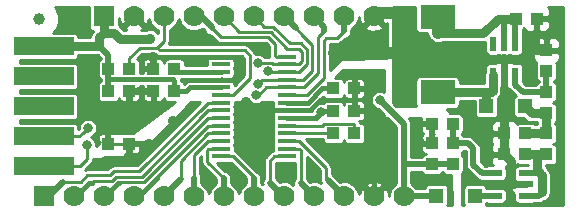
<source format=gbr>
G04 #@! TF.GenerationSoftware,KiCad,Pcbnew,(2017-11-22 revision 78366f8f0)-master*
G04 #@! TF.CreationDate,2018-01-05T15:31:28+02:00*
G04 #@! TF.ProjectId,BB-ADS1262-Rev.A,42422D414453313236322D5265762E41,rev?*
G04 #@! TF.SameCoordinates,Original*
G04 #@! TF.FileFunction,Copper,L1,Top,Signal*
G04 #@! TF.FilePolarity,Positive*
%FSLAX46Y46*%
G04 Gerber Fmt 4.6, Leading zero omitted, Abs format (unit mm)*
G04 Created by KiCad (PCBNEW (2017-11-22 revision 78366f8f0)-master) date Fri Jan  5 15:31:28 2018*
%MOMM*%
%LPD*%
G01*
G04 APERTURE LIST*
%ADD10C,0.254000*%
%ADD11C,0.900000*%
%ADD12C,1.778000*%
%ADD13R,1.778000X1.778000*%
%ADD14R,1.016000X1.016000*%
%ADD15R,5.080000X1.524000*%
%ADD16R,1.600000X0.325000*%
%ADD17C,1.000000*%
%ADD18R,1.200000X1.200000*%
%ADD19R,3.000000X2.000000*%
%ADD20R,0.550000X1.200000*%
%ADD21R,1.200000X0.550000*%
%ADD22C,0.800000*%
%ADD23C,0.762000*%
%ADD24C,0.381000*%
%ADD25C,0.508000*%
%ADD26C,1.016000*%
%ADD27C,0.250000*%
G04 APERTURE END LIST*
D10*
X64389000Y-59055000D02*
X62611000Y-59055000D01*
D11*
X89154000Y-62103000D03*
X87249000Y-48006000D03*
X87630000Y-55245000D03*
X92710000Y-55880000D03*
X94615000Y-59055000D03*
X100330000Y-49530000D03*
X90424000Y-52324000D03*
X91948000Y-51308000D03*
X88900000Y-51308000D03*
X96139000Y-51866800D03*
X88976200Y-59004200D03*
X66116200Y-50139600D03*
X81686400Y-51358800D03*
X85090000Y-51358800D03*
D12*
X87630000Y-63500000D03*
X82550000Y-63500000D03*
X85090000Y-63500000D03*
X80010000Y-63500000D03*
X77470000Y-63500000D03*
X72390000Y-63500000D03*
X74930000Y-63500000D03*
X69850000Y-63500000D03*
X67310000Y-63500000D03*
D13*
X57150000Y-63500000D03*
D12*
X59690000Y-63500000D03*
X62230000Y-63500000D03*
X64770000Y-63500000D03*
D11*
X84582000Y-54356000D03*
X84582000Y-56261000D03*
X85344000Y-58928000D03*
X80264000Y-59055000D03*
X66395600Y-51663600D03*
D14*
X64389000Y-59055000D03*
X62611000Y-59055000D03*
D11*
X71120000Y-61976000D03*
X73660000Y-61976000D03*
X59690000Y-48260000D03*
X73736200Y-51968400D03*
X65405000Y-54610000D03*
X75946000Y-51308000D03*
X61849000Y-60833000D03*
X66040000Y-59055000D03*
X68072000Y-57150000D03*
X80264000Y-61468000D03*
X77597000Y-61468000D03*
X74295000Y-57912000D03*
X74295000Y-55499000D03*
D15*
X57150000Y-60960000D03*
X57150000Y-58420000D03*
X57150000Y-55880000D03*
X57150000Y-53340000D03*
X57150000Y-50800000D03*
D16*
X77730000Y-60105000D03*
X77730000Y-59455000D03*
X77730000Y-58805000D03*
X77730000Y-58155000D03*
X77730000Y-57505000D03*
X77730000Y-56855000D03*
X77730000Y-56205000D03*
X77730000Y-55555000D03*
X77730000Y-54905000D03*
X77730000Y-54255000D03*
X77730000Y-53605000D03*
X77730000Y-52955000D03*
X77730000Y-52305000D03*
X77730000Y-51655000D03*
X72130000Y-51655000D03*
X72130000Y-52305000D03*
X72130000Y-52955000D03*
X72130000Y-53605000D03*
X72130000Y-54255000D03*
X72130000Y-54905000D03*
X72130000Y-55555000D03*
X72130000Y-56205000D03*
X72130000Y-56855000D03*
X72130000Y-57505000D03*
X72130000Y-58155000D03*
X72130000Y-58805000D03*
X72130000Y-59455000D03*
X72130000Y-60105000D03*
D17*
X56769000Y-48514000D03*
D12*
X85090000Y-48260000D03*
X82550000Y-48260000D03*
X77470000Y-48260000D03*
X80010000Y-48260000D03*
X74930000Y-48260000D03*
X72390000Y-48260000D03*
D13*
X62230000Y-48260000D03*
D12*
X64770000Y-48260000D03*
X67310000Y-48260000D03*
X69850000Y-48260000D03*
D14*
X83439000Y-56261000D03*
X81661000Y-56261000D03*
X81661000Y-54356000D03*
X83439000Y-54356000D03*
X81661000Y-58166000D03*
X83439000Y-58166000D03*
X66421000Y-52705000D03*
X68199000Y-52705000D03*
X64389000Y-54610000D03*
X62611000Y-54610000D03*
X68199000Y-54610000D03*
X66421000Y-54610000D03*
X62611000Y-52705000D03*
X64389000Y-52705000D03*
X98869500Y-48450500D03*
X97091500Y-48450500D03*
X97917000Y-58166000D03*
X96139000Y-58166000D03*
X96139000Y-59944000D03*
X97917000Y-59944000D03*
X90017600Y-60782200D03*
X90017600Y-59004200D03*
D18*
X93646500Y-63436500D03*
X90376500Y-63436500D03*
X97901000Y-55880000D03*
X94631000Y-55880000D03*
D14*
X99695000Y-58166000D03*
X99695000Y-59944000D03*
D19*
X90487500Y-48298500D03*
X90487500Y-54698500D03*
D14*
X99695000Y-56451500D03*
X99695000Y-54673500D03*
X99695000Y-51117500D03*
X99695000Y-52895500D03*
X91795600Y-60782200D03*
X91795600Y-59004200D03*
X90017600Y-57353200D03*
X91795600Y-57353200D03*
D20*
X95189000Y-53179600D03*
X96139000Y-53179600D03*
X97089000Y-53179600D03*
X97089000Y-50579400D03*
X96139000Y-50579400D03*
X95189000Y-50579400D03*
D21*
X95347000Y-61534000D03*
X95347000Y-63434000D03*
X97947000Y-61534000D03*
X97947000Y-62484000D03*
X97947000Y-63434000D03*
D22*
X85598000Y-55346600D03*
X80645000Y-56388000D03*
X75140641Y-54906548D03*
X76126901Y-52900200D03*
X75289237Y-53940093D03*
X60833000Y-59182000D03*
X75329989Y-52234409D03*
X60890197Y-57696065D03*
X90525600Y-49657000D03*
D23*
X63600204Y-50139600D02*
X66116200Y-50139600D01*
X62230000Y-49657000D02*
X62230000Y-48260000D01*
X61849000Y-50800000D02*
X57150000Y-50800000D01*
X61849000Y-50038000D02*
X61849000Y-50800000D01*
X62230000Y-49657000D02*
X61849000Y-50038000D01*
X63600204Y-50139600D02*
X63117604Y-49657000D01*
X63117604Y-49657000D02*
X62230000Y-49657000D01*
D24*
X69570000Y-54255000D02*
X69215000Y-54610000D01*
X72130000Y-54255000D02*
X69570000Y-54255000D01*
X69215000Y-54610000D02*
X68199000Y-54610000D01*
X68199000Y-53721000D02*
X68072000Y-53594000D01*
X68199000Y-54610000D02*
X68199000Y-53721000D01*
X62738000Y-53594000D02*
X62611000Y-53721000D01*
X68072000Y-53594000D02*
X62738000Y-53594000D01*
D25*
X62611000Y-53721000D02*
X62611000Y-54610000D01*
X62611000Y-52705000D02*
X62611000Y-53721000D01*
X61849000Y-50800000D02*
X62611000Y-51562000D01*
X62611000Y-51562000D02*
X62611000Y-52705000D01*
D26*
X87249000Y-48006000D02*
X85344000Y-48006000D01*
X85344000Y-48006000D02*
X85090000Y-48260000D01*
X85090000Y-51358800D02*
X88849200Y-51358800D01*
X88849200Y-51358800D02*
X88900000Y-51308000D01*
X81686400Y-51358800D02*
X85090000Y-51358800D01*
D23*
X96139000Y-54356000D02*
X96139000Y-58166000D01*
D25*
X96139000Y-53179600D02*
X96139000Y-54356000D01*
X97947000Y-62484000D02*
X96951800Y-62484000D01*
D23*
X96697800Y-62230000D02*
X96697800Y-60502800D01*
X96697800Y-60502800D02*
X96139000Y-59944000D01*
X96951800Y-62484000D02*
X96697800Y-62230000D01*
X96139000Y-58166000D02*
X96139000Y-59944000D01*
X98907600Y-51117500D02*
X99695000Y-51117500D01*
X98425000Y-51117500D02*
X98907600Y-51117500D01*
D25*
X98869500Y-48450500D02*
X98869500Y-51079400D01*
X98869500Y-51079400D02*
X98907600Y-51117500D01*
D23*
X96139000Y-51866800D02*
X94056200Y-51866800D01*
D25*
X96139000Y-53179600D02*
X96139000Y-51866800D01*
D23*
X98221800Y-51866800D02*
X98221800Y-51320700D01*
X98221800Y-51320700D02*
X98425000Y-51117500D01*
X96139000Y-51866800D02*
X98221800Y-51866800D01*
D24*
X72096000Y-51689000D02*
X66421000Y-51689000D01*
X72130000Y-51655000D02*
X72096000Y-51689000D01*
D25*
X66421000Y-52705000D02*
X66421000Y-51689000D01*
X64262000Y-57658000D02*
X62992000Y-57658000D01*
X62992000Y-57658000D02*
X62611000Y-58039000D01*
X62611000Y-58039000D02*
X62611000Y-59055000D01*
X64389000Y-56515000D02*
X64389000Y-57531000D01*
X64389000Y-57531000D02*
X64262000Y-57658000D01*
X64389000Y-54610000D02*
X64389000Y-56515000D01*
X64389000Y-54610000D02*
X66421000Y-54610000D01*
D24*
X73660000Y-53594000D02*
X73152000Y-53594000D01*
X73152000Y-53594000D02*
X73141000Y-53605000D01*
X73141000Y-53605000D02*
X72130000Y-53605000D01*
X73660000Y-52004000D02*
X73660000Y-53594000D01*
X72130000Y-51655000D02*
X73311000Y-51655000D01*
X73311000Y-51655000D02*
X73660000Y-52004000D01*
D25*
X91795600Y-60782200D02*
X90017600Y-60782200D01*
X90376500Y-63436500D02*
X87693500Y-63436500D01*
X87693500Y-63436500D02*
X87630000Y-63500000D01*
X87630000Y-60807600D02*
X87630000Y-57378600D01*
X87630000Y-63500000D02*
X87630000Y-60807600D01*
X90017600Y-60782200D02*
X87655400Y-60782200D01*
X87655400Y-60782200D02*
X87630000Y-60807600D01*
X87630000Y-57378600D02*
X85598000Y-55346600D01*
D24*
X80245001Y-56787999D02*
X80645000Y-56388000D01*
X77730000Y-56855000D02*
X80178000Y-56855000D01*
X80178000Y-56855000D02*
X80245001Y-56787999D01*
X80228800Y-56855000D02*
X80228800Y-56804200D01*
X80228800Y-56804200D02*
X80772000Y-56261000D01*
X80772000Y-56261000D02*
X81661000Y-56261000D01*
X77730000Y-56855000D02*
X80228800Y-56855000D01*
X79486383Y-55555000D02*
X80685383Y-54356000D01*
X80685383Y-54356000D02*
X80772000Y-54356000D01*
X77730000Y-55555000D02*
X79486383Y-55555000D01*
X80772000Y-54356000D02*
X81661000Y-54356000D01*
D25*
X90017600Y-57353200D02*
X90017600Y-59004200D01*
D24*
X83429499Y-55362499D02*
X83439000Y-55372000D01*
X79658056Y-56205000D02*
X80500557Y-55362499D01*
X77730000Y-56205000D02*
X79658056Y-56205000D01*
X80500557Y-55362499D02*
X83429499Y-55362499D01*
D25*
X64262000Y-60325000D02*
X62357000Y-60325000D01*
X62357000Y-60325000D02*
X61849000Y-60833000D01*
X64389000Y-60198000D02*
X64262000Y-60325000D01*
X64389000Y-59055000D02*
X64389000Y-60198000D01*
X64389000Y-59055000D02*
X66040000Y-59055000D01*
D24*
X85090000Y-57023000D02*
X85090000Y-63500000D01*
X83439000Y-56261000D02*
X84328000Y-56261000D01*
X84328000Y-56261000D02*
X85090000Y-57023000D01*
X83439000Y-54356000D02*
X83439000Y-55352998D01*
X83439000Y-55352998D02*
X83429499Y-55362499D01*
X83439000Y-55372000D02*
X83439000Y-56261000D01*
D10*
X77730000Y-58155000D02*
X81650000Y-58155000D01*
X81650000Y-58155000D02*
X81661000Y-58166000D01*
X80717398Y-57505000D02*
X80891399Y-57330999D01*
X77730000Y-57505000D02*
X80717398Y-57505000D01*
X83365999Y-57330999D02*
X83439000Y-57404000D01*
X83439000Y-57404000D02*
X83439000Y-58166000D01*
X80891399Y-57330999D02*
X83365999Y-57330999D01*
D24*
X72130000Y-52955000D02*
X68449000Y-52955000D01*
X68449000Y-52955000D02*
X68199000Y-52705000D01*
D10*
X78776067Y-58805000D02*
X80772000Y-60800933D01*
X77730000Y-58805000D02*
X78776067Y-58805000D01*
X80772000Y-60800933D02*
X80772000Y-60826038D01*
X80772000Y-60826038D02*
X81041001Y-61095039D01*
X81041001Y-61095039D02*
X81041001Y-61991001D01*
X81041001Y-61991001D02*
X81178400Y-62128400D01*
D25*
X82550000Y-63500000D02*
X81178400Y-62128400D01*
X80010000Y-63500000D02*
X78892400Y-62382400D01*
D10*
X78892400Y-59563400D02*
X78892400Y-62382400D01*
X77730000Y-59455000D02*
X78784000Y-59455000D01*
X78784000Y-59455000D02*
X78892400Y-59563400D01*
D25*
X77470000Y-63500000D02*
X76581001Y-62611001D01*
X76581001Y-62611001D02*
X76301600Y-62331600D01*
D10*
X76301600Y-60479400D02*
X76301600Y-62331600D01*
X77730000Y-60105000D02*
X76676000Y-60105000D01*
X76676000Y-60105000D02*
X76301600Y-60479400D01*
D25*
X72390000Y-63500000D02*
X72390000Y-62242765D01*
X72390000Y-62242765D02*
X72390000Y-61950600D01*
D10*
X71002999Y-60563599D02*
X72390000Y-61950600D01*
X71076000Y-59455000D02*
X71002999Y-59528001D01*
X72130000Y-59455000D02*
X71076000Y-59455000D01*
X71002999Y-59528001D02*
X71002999Y-60563599D01*
X74930000Y-61851000D02*
X74930000Y-61976000D01*
D25*
X74930000Y-63500000D02*
X74930000Y-61976000D01*
D10*
X72130000Y-60105000D02*
X73184000Y-60105000D01*
X73184000Y-60105000D02*
X74930000Y-61851000D01*
X69850000Y-60031000D02*
X69850000Y-61899800D01*
D25*
X69850000Y-63500000D02*
X69850000Y-61899800D01*
D10*
X71076000Y-58805000D02*
X69850000Y-60031000D01*
X72130000Y-58805000D02*
X71076000Y-58805000D01*
D25*
X67310000Y-63500000D02*
X68757800Y-62052200D01*
D10*
X68757800Y-60481134D02*
X68757800Y-62052200D01*
X72130000Y-58155000D02*
X71083934Y-58155000D01*
X71083934Y-58155000D02*
X68757800Y-60481134D01*
X60825933Y-61722000D02*
X60263934Y-62283999D01*
X63088484Y-61357382D02*
X62723866Y-61722000D01*
X65255022Y-61375978D02*
X63911916Y-61375978D01*
X71076000Y-55555000D02*
X65255022Y-61375978D01*
X63893319Y-61357381D02*
X63088484Y-61357382D01*
X72130000Y-55555000D02*
X71076000Y-55555000D01*
X62723866Y-61722000D02*
X60825933Y-61722000D01*
X58797801Y-62283999D02*
X58797801Y-62289001D01*
X63911916Y-61375978D02*
X63893319Y-61357381D01*
X60263934Y-62283999D02*
X58797801Y-62283999D01*
D25*
X57150000Y-63500000D02*
X57581800Y-63500000D01*
X58792799Y-62289001D02*
X58797801Y-62289001D01*
X57581800Y-63500000D02*
X58792799Y-62289001D01*
D10*
X71076000Y-56205000D02*
X65451011Y-61829989D01*
X63723859Y-61829989D02*
X63705262Y-61811392D01*
X61436288Y-62176011D02*
X61264800Y-62347499D01*
X63276542Y-61811392D02*
X62911923Y-62176011D01*
X63705262Y-61811392D02*
X63276542Y-61811392D01*
X62911923Y-62176011D02*
X61436288Y-62176011D01*
X65451011Y-61829989D02*
X63723859Y-61829989D01*
X72130000Y-56205000D02*
X71076000Y-56205000D01*
X61264800Y-62347499D02*
X60906001Y-62283999D01*
D24*
X59690000Y-63500000D02*
X59820199Y-63500000D01*
X60972700Y-62347499D02*
X61264800Y-62347499D01*
X59820199Y-63500000D02*
X60972700Y-62347499D01*
D10*
X72130000Y-56855000D02*
X71076000Y-56855000D01*
X71076000Y-56855000D02*
X65647001Y-62283999D01*
X65647001Y-62283999D02*
X63535803Y-62283999D01*
X63535803Y-62283999D02*
X63490902Y-62328900D01*
X63490902Y-62328900D02*
X63446001Y-62283999D01*
D24*
X62319803Y-63500000D02*
X63446001Y-62373801D01*
X62230000Y-63500000D02*
X62319803Y-63500000D01*
X63446001Y-62373801D02*
X63490902Y-62328900D01*
D10*
X71076000Y-57505000D02*
X66700400Y-61880600D01*
X72130000Y-57505000D02*
X71076000Y-57505000D01*
X66700400Y-61880600D02*
X66700400Y-61976000D01*
D24*
X65176400Y-63500000D02*
X66700400Y-61976000D01*
X64770000Y-63500000D02*
X65176400Y-63500000D01*
D10*
X80842513Y-50310670D02*
X81064373Y-50088810D01*
X81064373Y-50088810D02*
X81978425Y-50088810D01*
X81978425Y-50088810D02*
X82550000Y-49517235D01*
X79404513Y-54905000D02*
X80842513Y-53467000D01*
X80842513Y-53467000D02*
X80842513Y-50310670D01*
X77730000Y-54905000D02*
X79404513Y-54905000D01*
D25*
X82550000Y-48260000D02*
X82550000Y-49517235D01*
D10*
X77730000Y-54255000D02*
X75994038Y-54255000D01*
X75994038Y-54255000D02*
X75342490Y-54906548D01*
X75342490Y-54906548D02*
X75140641Y-54906548D01*
X79222000Y-54255000D02*
X80391000Y-53086000D01*
X77730000Y-54255000D02*
X79222000Y-54255000D01*
X80391000Y-53086000D02*
X80391000Y-50037999D01*
X80391000Y-50037999D02*
X80898999Y-49530000D01*
D25*
X80010000Y-48260000D02*
X80898999Y-49148999D01*
X80898999Y-49148999D02*
X80898999Y-49530000D01*
D10*
X76181701Y-52955000D02*
X76126901Y-52900200D01*
X77730000Y-52955000D02*
X76181701Y-52955000D01*
X75818999Y-49148999D02*
X76559317Y-49148999D01*
X78891796Y-50546000D02*
X79451189Y-51105393D01*
X79451189Y-51105393D02*
X79451189Y-52287811D01*
X76559317Y-49148999D02*
X77956318Y-50546000D01*
X78784000Y-52955000D02*
X77730000Y-52955000D01*
X74930000Y-48260000D02*
X75818999Y-49148999D01*
X77956318Y-50546000D02*
X78891796Y-50546000D01*
X79451189Y-52287811D02*
X78784000Y-52955000D01*
X75624330Y-53605000D02*
X75289237Y-53940093D01*
X77730000Y-53605000D02*
X75624330Y-53605000D01*
X79117068Y-53605000D02*
X79883000Y-52839068D01*
X77730000Y-53605000D02*
X79117068Y-53605000D01*
X79883000Y-52839068D02*
X79883000Y-50673000D01*
X79883000Y-50673000D02*
X79121000Y-49911000D01*
X79121000Y-49911000D02*
X78486000Y-49276000D01*
D25*
X77470000Y-48260000D02*
X78486000Y-49276000D01*
D10*
X60833000Y-60325000D02*
X60198000Y-60960000D01*
X60198000Y-60960000D02*
X57150000Y-60960000D01*
X60833000Y-59182000D02*
X60833000Y-60325000D01*
X76574807Y-52305000D02*
X76465206Y-52195399D01*
X77730000Y-52305000D02*
X76574807Y-52305000D01*
X76465206Y-52195399D02*
X75368999Y-52195399D01*
X75368999Y-52195399D02*
X75329989Y-52234409D01*
D27*
X78780000Y-52305000D02*
X79021378Y-52063622D01*
X79021378Y-52063622D02*
X79021378Y-51286253D01*
X79021378Y-51286253D02*
X78740000Y-51004875D01*
X77730000Y-52305000D02*
X78780000Y-52305000D01*
D10*
X77773125Y-51004875D02*
X78740000Y-51004875D01*
X73715989Y-49585989D02*
X76354240Y-49585990D01*
X72390000Y-48260000D02*
X73715989Y-49585989D01*
X76354240Y-49585990D02*
X77773125Y-51004875D01*
X60166262Y-58420000D02*
X60490198Y-58096064D01*
X60490198Y-58096064D02*
X60890197Y-57696065D01*
X57150000Y-58420000D02*
X60166262Y-58420000D01*
D25*
X71374000Y-49185982D02*
X71374000Y-49276000D01*
X70448018Y-48260000D02*
X71374000Y-49185982D01*
X69850000Y-48260000D02*
X70448018Y-48260000D01*
D27*
X72136000Y-50038000D02*
X76167012Y-50038000D01*
X76801000Y-51655000D02*
X77730000Y-51655000D01*
X71374000Y-49276000D02*
X72136000Y-50038000D01*
X76167012Y-50038000D02*
X76708000Y-50578988D01*
X76708000Y-50578988D02*
X76708000Y-51562000D01*
X76708000Y-51562000D02*
X76801000Y-51655000D01*
D10*
X64389000Y-51790600D02*
X65278000Y-50901600D01*
X64389000Y-52705000D02*
X64389000Y-51790600D01*
X65278000Y-50901600D02*
X66750706Y-50901600D01*
X66750706Y-50901600D02*
X66757905Y-50908799D01*
X67310000Y-48260000D02*
X67310000Y-50356704D01*
X67310000Y-50356704D02*
X66757905Y-50908799D01*
X74625189Y-53463811D02*
X73184000Y-54905000D01*
X74625189Y-51612789D02*
X74625189Y-53463811D01*
X74149890Y-51137490D02*
X74625189Y-51612789D01*
X66986596Y-51137490D02*
X74149890Y-51137490D01*
X66757905Y-50908799D02*
X66986596Y-51137490D01*
X73184000Y-54905000D02*
X72130000Y-54905000D01*
D25*
X97089000Y-50579400D02*
X97089000Y-48453000D01*
X97089000Y-48453000D02*
X97091500Y-48450500D01*
X96139000Y-50579400D02*
X96139000Y-49471400D01*
X96139000Y-49471400D02*
X96139000Y-48450500D01*
D23*
X96139000Y-48450500D02*
X97091500Y-48450500D01*
X95577041Y-48450500D02*
X96139000Y-48450500D01*
X94370541Y-49657000D02*
X95577041Y-48450500D01*
X90525600Y-49657000D02*
X94370541Y-49657000D01*
D26*
X90487500Y-49618900D02*
X90525600Y-49657000D01*
X90487500Y-48298500D02*
X90487500Y-49618900D01*
D23*
X99695000Y-56451500D02*
X99695000Y-58166000D01*
X97917000Y-58166000D02*
X99695000Y-58166000D01*
X99695000Y-56451500D02*
X98472500Y-56451500D01*
X98472500Y-56451500D02*
X97901000Y-55880000D01*
X99339400Y-61696600D02*
X99339400Y-62611000D01*
X99339400Y-62611000D02*
X99339400Y-63149600D01*
X97917000Y-59944000D02*
X98882200Y-59944000D01*
X98882200Y-59944000D02*
X99695000Y-59944000D01*
X98882200Y-59944000D02*
X98882200Y-61239400D01*
X98882200Y-61239400D02*
X99176800Y-61534000D01*
D25*
X99339400Y-61696600D02*
X99176800Y-61534000D01*
X99176800Y-61534000D02*
X97947000Y-61534000D01*
X97947000Y-63434000D02*
X99055000Y-63434000D01*
X99055000Y-63434000D02*
X99339400Y-63149600D01*
X95347000Y-63434000D02*
X93649000Y-63434000D01*
X93649000Y-63434000D02*
X93646500Y-63436500D01*
D23*
X95189000Y-53179600D02*
X95189000Y-54541600D01*
X95189000Y-54541600D02*
X95032100Y-54698500D01*
X95032100Y-54698500D02*
X94477428Y-54698500D01*
X94477428Y-54698500D02*
X94631000Y-54852072D01*
X94631000Y-54852072D02*
X94631000Y-55880000D01*
X90487500Y-54698500D02*
X94477428Y-54698500D01*
D25*
X97089000Y-54061400D02*
X97701100Y-54673500D01*
X97701100Y-54673500D02*
X99695000Y-54673500D01*
X97089000Y-53179600D02*
X97089000Y-54061400D01*
X99695000Y-52895500D02*
X99695000Y-54673500D01*
X93503295Y-59425057D02*
X93082438Y-59004200D01*
X93082438Y-59004200D02*
X91795600Y-59004200D01*
X93503295Y-60798295D02*
X93503295Y-59425057D01*
X95347000Y-61534000D02*
X94239000Y-61534000D01*
X94239000Y-61534000D02*
X93503295Y-60798295D01*
X91795600Y-57353200D02*
X91795600Y-59004200D01*
D10*
G36*
X88599036Y-49298500D02*
X88628606Y-49447159D01*
X88712814Y-49573186D01*
X88838841Y-49657394D01*
X88987500Y-49686964D01*
X89612039Y-49686964D01*
X89666171Y-49959106D01*
X89824335Y-50195815D01*
X89858882Y-50247518D01*
X89896982Y-50285618D01*
X90185395Y-50478330D01*
X90525600Y-50546000D01*
X90865806Y-50478330D01*
X90954599Y-50419000D01*
X94370541Y-50419000D01*
X94525536Y-50388169D01*
X94525536Y-51179400D01*
X94555106Y-51328059D01*
X94639314Y-51454086D01*
X94765341Y-51538294D01*
X94914000Y-51567864D01*
X95464000Y-51567864D01*
X95612659Y-51538294D01*
X95664000Y-51503989D01*
X95715341Y-51538294D01*
X95864000Y-51567864D01*
X96414000Y-51567864D01*
X96562659Y-51538294D01*
X96614000Y-51503989D01*
X96665341Y-51538294D01*
X96814000Y-51567864D01*
X97364000Y-51567864D01*
X97512659Y-51538294D01*
X97638686Y-51454086D01*
X97722894Y-51328059D01*
X97752464Y-51179400D01*
X97752464Y-50483191D01*
X98552000Y-50483191D01*
X98552000Y-50831750D01*
X98710750Y-50990500D01*
X99568000Y-50990500D01*
X99568000Y-50133250D01*
X99822000Y-50133250D01*
X99822000Y-50990500D01*
X100679250Y-50990500D01*
X100838000Y-50831750D01*
X100838000Y-50483191D01*
X100741327Y-50249802D01*
X100562699Y-50071173D01*
X100329310Y-49974500D01*
X99980750Y-49974500D01*
X99822000Y-50133250D01*
X99568000Y-50133250D01*
X99409250Y-49974500D01*
X99060690Y-49974500D01*
X98827301Y-50071173D01*
X98648673Y-50249802D01*
X98552000Y-50483191D01*
X97752464Y-50483191D01*
X97752464Y-49979400D01*
X97724000Y-49836301D01*
X97724000Y-49322200D01*
X97748159Y-49317394D01*
X97806651Y-49278311D01*
X97823173Y-49318199D01*
X98001802Y-49496827D01*
X98235191Y-49593500D01*
X98583750Y-49593500D01*
X98742500Y-49434750D01*
X98742500Y-48577500D01*
X98996500Y-48577500D01*
X98996500Y-49434750D01*
X99155250Y-49593500D01*
X99503809Y-49593500D01*
X99737198Y-49496827D01*
X99915827Y-49318199D01*
X100012500Y-49084810D01*
X100012500Y-48736250D01*
X99853750Y-48577500D01*
X98996500Y-48577500D01*
X98742500Y-48577500D01*
X98722500Y-48577500D01*
X98722500Y-48323500D01*
X98742500Y-48323500D01*
X98742500Y-48303500D01*
X98996500Y-48303500D01*
X98996500Y-48323500D01*
X99853750Y-48323500D01*
X100012500Y-48164750D01*
X100012500Y-47816190D01*
X99915827Y-47582801D01*
X99831026Y-47498000D01*
X101092000Y-47498000D01*
X101092000Y-64262000D01*
X94554051Y-64262000D01*
X94605394Y-64185159D01*
X94627563Y-64073707D01*
X94747000Y-64097464D01*
X95947000Y-64097464D01*
X96095659Y-64067894D01*
X96221686Y-63983686D01*
X96305894Y-63857659D01*
X96335464Y-63709000D01*
X96335464Y-63159000D01*
X96305894Y-63010341D01*
X96221686Y-62884314D01*
X96095659Y-62800106D01*
X95947000Y-62770536D01*
X94747000Y-62770536D01*
X94626606Y-62794484D01*
X94605394Y-62687841D01*
X94521186Y-62561814D01*
X94395159Y-62477606D01*
X94246500Y-62448036D01*
X93046500Y-62448036D01*
X92897841Y-62477606D01*
X92771814Y-62561814D01*
X92687606Y-62687841D01*
X92658036Y-62836500D01*
X92658036Y-64036500D01*
X92687606Y-64185159D01*
X92738949Y-64262000D01*
X92532200Y-64262000D01*
X92532200Y-61595679D01*
X92578286Y-61564886D01*
X92662494Y-61438859D01*
X92692064Y-61290200D01*
X92692064Y-60274200D01*
X92662494Y-60125541D01*
X92578286Y-59999514D01*
X92532200Y-59968721D01*
X92532200Y-59817679D01*
X92578286Y-59786886D01*
X92662494Y-59660859D01*
X92666802Y-59639200D01*
X92819412Y-59639200D01*
X92868295Y-59688083D01*
X92868295Y-60798295D01*
X92916631Y-61041299D01*
X93054282Y-61247308D01*
X93789987Y-61983013D01*
X93995996Y-62120664D01*
X94239000Y-62169000D01*
X94603901Y-62169000D01*
X94747000Y-62197464D01*
X95947000Y-62197464D01*
X96095659Y-62167894D01*
X96221686Y-62083686D01*
X96305894Y-61957659D01*
X96335464Y-61809000D01*
X96335464Y-61259000D01*
X96305894Y-61110341D01*
X96266002Y-61050638D01*
X96266002Y-60928252D01*
X96424750Y-61087000D01*
X96773309Y-61087000D01*
X97006698Y-60990327D01*
X97185327Y-60811699D01*
X97201849Y-60771811D01*
X97260341Y-60810894D01*
X97409000Y-60840464D01*
X98120200Y-60840464D01*
X98120200Y-60870536D01*
X97347000Y-60870536D01*
X97198341Y-60900106D01*
X97072314Y-60984314D01*
X96988106Y-61110341D01*
X96958536Y-61259000D01*
X96958536Y-61699439D01*
X96808673Y-61849301D01*
X96712000Y-62082690D01*
X96712000Y-62198250D01*
X96870750Y-62357000D01*
X97820000Y-62357000D01*
X97820000Y-62337000D01*
X98074000Y-62337000D01*
X98074000Y-62357000D01*
X98094000Y-62357000D01*
X98094000Y-62611000D01*
X98074000Y-62611000D01*
X98074000Y-62631000D01*
X97820000Y-62631000D01*
X97820000Y-62611000D01*
X96870750Y-62611000D01*
X96712000Y-62769750D01*
X96712000Y-62885310D01*
X96808673Y-63118699D01*
X96958536Y-63268561D01*
X96958536Y-63709000D01*
X96988106Y-63857659D01*
X97072314Y-63983686D01*
X97198341Y-64067894D01*
X97347000Y-64097464D01*
X98547000Y-64097464D01*
X98690099Y-64069000D01*
X99055000Y-64069000D01*
X99298004Y-64020664D01*
X99504013Y-63883013D01*
X99509202Y-63877824D01*
X99631005Y-63853596D01*
X99878215Y-63688415D01*
X100043396Y-63441205D01*
X100101400Y-63149600D01*
X100101400Y-61696600D01*
X100043396Y-61404995D01*
X99878215Y-61157785D01*
X99780744Y-61092657D01*
X99715615Y-60995184D01*
X99644200Y-60923769D01*
X99644200Y-60840464D01*
X100203000Y-60840464D01*
X100351659Y-60810894D01*
X100477686Y-60726686D01*
X100561894Y-60600659D01*
X100591464Y-60452000D01*
X100591464Y-59436000D01*
X100561894Y-59287341D01*
X100477686Y-59161314D01*
X100351659Y-59077106D01*
X100240524Y-59055000D01*
X100351659Y-59032894D01*
X100477686Y-58948686D01*
X100561894Y-58822659D01*
X100591464Y-58674000D01*
X100591464Y-57658000D01*
X100561894Y-57509341D01*
X100477686Y-57383314D01*
X100457000Y-57369492D01*
X100457000Y-57248008D01*
X100477686Y-57234186D01*
X100561894Y-57108159D01*
X100591464Y-56959500D01*
X100591464Y-55943500D01*
X100561894Y-55794841D01*
X100477686Y-55668814D01*
X100351659Y-55584606D01*
X100240524Y-55562500D01*
X100351659Y-55540394D01*
X100477686Y-55456186D01*
X100561894Y-55330159D01*
X100591464Y-55181500D01*
X100591464Y-54165500D01*
X100561894Y-54016841D01*
X100477686Y-53890814D01*
X100351659Y-53806606D01*
X100330000Y-53802298D01*
X100330000Y-53766702D01*
X100351659Y-53762394D01*
X100477686Y-53678186D01*
X100561894Y-53552159D01*
X100591464Y-53403500D01*
X100591464Y-52387500D01*
X100561894Y-52238841D01*
X100522811Y-52180349D01*
X100562699Y-52163827D01*
X100741327Y-51985198D01*
X100838000Y-51751809D01*
X100838000Y-51403250D01*
X100679250Y-51244500D01*
X99822000Y-51244500D01*
X99822000Y-51264500D01*
X99568000Y-51264500D01*
X99568000Y-51244500D01*
X98710750Y-51244500D01*
X98552000Y-51403250D01*
X98552000Y-51751809D01*
X98648673Y-51985198D01*
X98827301Y-52163827D01*
X98867189Y-52180349D01*
X98828106Y-52238841D01*
X98798536Y-52387500D01*
X98798536Y-53403500D01*
X98828106Y-53552159D01*
X98912314Y-53678186D01*
X99038341Y-53762394D01*
X99060000Y-53766702D01*
X99060000Y-53802298D01*
X99038341Y-53806606D01*
X98912314Y-53890814D01*
X98828106Y-54016841D01*
X98823798Y-54038500D01*
X97964126Y-54038500D01*
X97744627Y-53819001D01*
X97752464Y-53779600D01*
X97752464Y-52579600D01*
X97722894Y-52430941D01*
X97638686Y-52304914D01*
X97512659Y-52220706D01*
X97364000Y-52191136D01*
X96923562Y-52191136D01*
X96773698Y-52041273D01*
X96540309Y-51944600D01*
X96424750Y-51944600D01*
X96266000Y-52103350D01*
X96266000Y-53052600D01*
X96286000Y-53052600D01*
X96286000Y-53306600D01*
X96266000Y-53306600D01*
X96266000Y-54255850D01*
X96424750Y-54414600D01*
X96540309Y-54414600D01*
X96568237Y-54403032D01*
X96639987Y-54510413D01*
X97091400Y-54961826D01*
X97026314Y-55005314D01*
X96942106Y-55131341D01*
X96912536Y-55280000D01*
X96912536Y-56480000D01*
X96942106Y-56628659D01*
X97026314Y-56754686D01*
X97152341Y-56838894D01*
X97301000Y-56868464D01*
X97811834Y-56868464D01*
X97933685Y-56990315D01*
X98180895Y-57155496D01*
X98472500Y-57213500D01*
X98898492Y-57213500D01*
X98912314Y-57234186D01*
X98933000Y-57248008D01*
X98933000Y-57369492D01*
X98912314Y-57383314D01*
X98898492Y-57404000D01*
X98713508Y-57404000D01*
X98699686Y-57383314D01*
X98573659Y-57299106D01*
X98425000Y-57269536D01*
X97409000Y-57269536D01*
X97260341Y-57299106D01*
X97201849Y-57338189D01*
X97185327Y-57298301D01*
X97006698Y-57119673D01*
X96773309Y-57023000D01*
X96424750Y-57023000D01*
X96266000Y-57181750D01*
X96266000Y-58039000D01*
X96286000Y-58039000D01*
X96286000Y-58293000D01*
X96266000Y-58293000D01*
X96266000Y-59817000D01*
X96286000Y-59817000D01*
X96286000Y-60071000D01*
X96266000Y-60071000D01*
X96266000Y-60091000D01*
X96012000Y-60091000D01*
X96012000Y-60071000D01*
X95154750Y-60071000D01*
X94996000Y-60229750D01*
X94996000Y-60578310D01*
X95092673Y-60811699D01*
X95151510Y-60870536D01*
X94747000Y-60870536D01*
X94603901Y-60899000D01*
X94502026Y-60899000D01*
X94138295Y-60535269D01*
X94138295Y-59425062D01*
X94138296Y-59425057D01*
X94089959Y-59182053D01*
X93952308Y-58976044D01*
X93531451Y-58555187D01*
X93376647Y-58451750D01*
X94996000Y-58451750D01*
X94996000Y-58800310D01*
X95092673Y-59033699D01*
X95113974Y-59055000D01*
X95092673Y-59076301D01*
X94996000Y-59309690D01*
X94996000Y-59658250D01*
X95154750Y-59817000D01*
X96012000Y-59817000D01*
X96012000Y-58293000D01*
X95154750Y-58293000D01*
X94996000Y-58451750D01*
X93376647Y-58451750D01*
X93325442Y-58417536D01*
X93082438Y-58369200D01*
X92666802Y-58369200D01*
X92662494Y-58347541D01*
X92578286Y-58221514D01*
X92532200Y-58190720D01*
X92532200Y-58166680D01*
X92578286Y-58135886D01*
X92662494Y-58009859D01*
X92692064Y-57861200D01*
X92692064Y-57531690D01*
X94996000Y-57531690D01*
X94996000Y-57880250D01*
X95154750Y-58039000D01*
X96012000Y-58039000D01*
X96012000Y-57181750D01*
X95853250Y-57023000D01*
X95504691Y-57023000D01*
X95271302Y-57119673D01*
X95092673Y-57298301D01*
X94996000Y-57531690D01*
X92692064Y-57531690D01*
X92692064Y-56845200D01*
X92662494Y-56696541D01*
X92578286Y-56570514D01*
X92452259Y-56486306D01*
X92303600Y-56456736D01*
X91562936Y-56456736D01*
X91284185Y-56086964D01*
X91987500Y-56086964D01*
X92136159Y-56057394D01*
X92262186Y-55973186D01*
X92346394Y-55847159D01*
X92375964Y-55698500D01*
X92375964Y-55460500D01*
X93642536Y-55460500D01*
X93642536Y-56480000D01*
X93672106Y-56628659D01*
X93756314Y-56754686D01*
X93882341Y-56838894D01*
X94031000Y-56868464D01*
X95231000Y-56868464D01*
X95379659Y-56838894D01*
X95505686Y-56754686D01*
X95589894Y-56628659D01*
X95619464Y-56480000D01*
X95619464Y-55280000D01*
X95604327Y-55203903D01*
X95727815Y-55080415D01*
X95892996Y-54833205D01*
X95907570Y-54759936D01*
X95951000Y-54541600D01*
X95951000Y-54316850D01*
X96012000Y-54255850D01*
X96012000Y-53306600D01*
X95992000Y-53306600D01*
X95992000Y-53052600D01*
X96012000Y-53052600D01*
X96012000Y-52103350D01*
X95853250Y-51944600D01*
X95737691Y-51944600D01*
X95504302Y-52041273D01*
X95354438Y-52191136D01*
X94914000Y-52191136D01*
X94765341Y-52220706D01*
X94639314Y-52304914D01*
X94555106Y-52430941D01*
X94525536Y-52579600D01*
X94525536Y-52827335D01*
X94485004Y-52887995D01*
X94427000Y-53179600D01*
X94427000Y-53936500D01*
X92375964Y-53936500D01*
X92375964Y-53698500D01*
X92346394Y-53549841D01*
X92262186Y-53423814D01*
X92136159Y-53339606D01*
X91987500Y-53310036D01*
X88987500Y-53310036D01*
X88838841Y-53339606D01*
X88712814Y-53423814D01*
X88628606Y-53549841D01*
X88599036Y-53698500D01*
X88599036Y-55698500D01*
X88628606Y-55847159D01*
X88633578Y-55854600D01*
X87004026Y-55854600D01*
X86741000Y-55591574D01*
X86741000Y-47498000D01*
X88599036Y-47498000D01*
X88599036Y-49298500D01*
X88599036Y-49298500D01*
G37*
X88599036Y-49298500D02*
X88628606Y-49447159D01*
X88712814Y-49573186D01*
X88838841Y-49657394D01*
X88987500Y-49686964D01*
X89612039Y-49686964D01*
X89666171Y-49959106D01*
X89824335Y-50195815D01*
X89858882Y-50247518D01*
X89896982Y-50285618D01*
X90185395Y-50478330D01*
X90525600Y-50546000D01*
X90865806Y-50478330D01*
X90954599Y-50419000D01*
X94370541Y-50419000D01*
X94525536Y-50388169D01*
X94525536Y-51179400D01*
X94555106Y-51328059D01*
X94639314Y-51454086D01*
X94765341Y-51538294D01*
X94914000Y-51567864D01*
X95464000Y-51567864D01*
X95612659Y-51538294D01*
X95664000Y-51503989D01*
X95715341Y-51538294D01*
X95864000Y-51567864D01*
X96414000Y-51567864D01*
X96562659Y-51538294D01*
X96614000Y-51503989D01*
X96665341Y-51538294D01*
X96814000Y-51567864D01*
X97364000Y-51567864D01*
X97512659Y-51538294D01*
X97638686Y-51454086D01*
X97722894Y-51328059D01*
X97752464Y-51179400D01*
X97752464Y-50483191D01*
X98552000Y-50483191D01*
X98552000Y-50831750D01*
X98710750Y-50990500D01*
X99568000Y-50990500D01*
X99568000Y-50133250D01*
X99822000Y-50133250D01*
X99822000Y-50990500D01*
X100679250Y-50990500D01*
X100838000Y-50831750D01*
X100838000Y-50483191D01*
X100741327Y-50249802D01*
X100562699Y-50071173D01*
X100329310Y-49974500D01*
X99980750Y-49974500D01*
X99822000Y-50133250D01*
X99568000Y-50133250D01*
X99409250Y-49974500D01*
X99060690Y-49974500D01*
X98827301Y-50071173D01*
X98648673Y-50249802D01*
X98552000Y-50483191D01*
X97752464Y-50483191D01*
X97752464Y-49979400D01*
X97724000Y-49836301D01*
X97724000Y-49322200D01*
X97748159Y-49317394D01*
X97806651Y-49278311D01*
X97823173Y-49318199D01*
X98001802Y-49496827D01*
X98235191Y-49593500D01*
X98583750Y-49593500D01*
X98742500Y-49434750D01*
X98742500Y-48577500D01*
X98996500Y-48577500D01*
X98996500Y-49434750D01*
X99155250Y-49593500D01*
X99503809Y-49593500D01*
X99737198Y-49496827D01*
X99915827Y-49318199D01*
X100012500Y-49084810D01*
X100012500Y-48736250D01*
X99853750Y-48577500D01*
X98996500Y-48577500D01*
X98742500Y-48577500D01*
X98722500Y-48577500D01*
X98722500Y-48323500D01*
X98742500Y-48323500D01*
X98742500Y-48303500D01*
X98996500Y-48303500D01*
X98996500Y-48323500D01*
X99853750Y-48323500D01*
X100012500Y-48164750D01*
X100012500Y-47816190D01*
X99915827Y-47582801D01*
X99831026Y-47498000D01*
X101092000Y-47498000D01*
X101092000Y-64262000D01*
X94554051Y-64262000D01*
X94605394Y-64185159D01*
X94627563Y-64073707D01*
X94747000Y-64097464D01*
X95947000Y-64097464D01*
X96095659Y-64067894D01*
X96221686Y-63983686D01*
X96305894Y-63857659D01*
X96335464Y-63709000D01*
X96335464Y-63159000D01*
X96305894Y-63010341D01*
X96221686Y-62884314D01*
X96095659Y-62800106D01*
X95947000Y-62770536D01*
X94747000Y-62770536D01*
X94626606Y-62794484D01*
X94605394Y-62687841D01*
X94521186Y-62561814D01*
X94395159Y-62477606D01*
X94246500Y-62448036D01*
X93046500Y-62448036D01*
X92897841Y-62477606D01*
X92771814Y-62561814D01*
X92687606Y-62687841D01*
X92658036Y-62836500D01*
X92658036Y-64036500D01*
X92687606Y-64185159D01*
X92738949Y-64262000D01*
X92532200Y-64262000D01*
X92532200Y-61595679D01*
X92578286Y-61564886D01*
X92662494Y-61438859D01*
X92692064Y-61290200D01*
X92692064Y-60274200D01*
X92662494Y-60125541D01*
X92578286Y-59999514D01*
X92532200Y-59968721D01*
X92532200Y-59817679D01*
X92578286Y-59786886D01*
X92662494Y-59660859D01*
X92666802Y-59639200D01*
X92819412Y-59639200D01*
X92868295Y-59688083D01*
X92868295Y-60798295D01*
X92916631Y-61041299D01*
X93054282Y-61247308D01*
X93789987Y-61983013D01*
X93995996Y-62120664D01*
X94239000Y-62169000D01*
X94603901Y-62169000D01*
X94747000Y-62197464D01*
X95947000Y-62197464D01*
X96095659Y-62167894D01*
X96221686Y-62083686D01*
X96305894Y-61957659D01*
X96335464Y-61809000D01*
X96335464Y-61259000D01*
X96305894Y-61110341D01*
X96266002Y-61050638D01*
X96266002Y-60928252D01*
X96424750Y-61087000D01*
X96773309Y-61087000D01*
X97006698Y-60990327D01*
X97185327Y-60811699D01*
X97201849Y-60771811D01*
X97260341Y-60810894D01*
X97409000Y-60840464D01*
X98120200Y-60840464D01*
X98120200Y-60870536D01*
X97347000Y-60870536D01*
X97198341Y-60900106D01*
X97072314Y-60984314D01*
X96988106Y-61110341D01*
X96958536Y-61259000D01*
X96958536Y-61699439D01*
X96808673Y-61849301D01*
X96712000Y-62082690D01*
X96712000Y-62198250D01*
X96870750Y-62357000D01*
X97820000Y-62357000D01*
X97820000Y-62337000D01*
X98074000Y-62337000D01*
X98074000Y-62357000D01*
X98094000Y-62357000D01*
X98094000Y-62611000D01*
X98074000Y-62611000D01*
X98074000Y-62631000D01*
X97820000Y-62631000D01*
X97820000Y-62611000D01*
X96870750Y-62611000D01*
X96712000Y-62769750D01*
X96712000Y-62885310D01*
X96808673Y-63118699D01*
X96958536Y-63268561D01*
X96958536Y-63709000D01*
X96988106Y-63857659D01*
X97072314Y-63983686D01*
X97198341Y-64067894D01*
X97347000Y-64097464D01*
X98547000Y-64097464D01*
X98690099Y-64069000D01*
X99055000Y-64069000D01*
X99298004Y-64020664D01*
X99504013Y-63883013D01*
X99509202Y-63877824D01*
X99631005Y-63853596D01*
X99878215Y-63688415D01*
X100043396Y-63441205D01*
X100101400Y-63149600D01*
X100101400Y-61696600D01*
X100043396Y-61404995D01*
X99878215Y-61157785D01*
X99780744Y-61092657D01*
X99715615Y-60995184D01*
X99644200Y-60923769D01*
X99644200Y-60840464D01*
X100203000Y-60840464D01*
X100351659Y-60810894D01*
X100477686Y-60726686D01*
X100561894Y-60600659D01*
X100591464Y-60452000D01*
X100591464Y-59436000D01*
X100561894Y-59287341D01*
X100477686Y-59161314D01*
X100351659Y-59077106D01*
X100240524Y-59055000D01*
X100351659Y-59032894D01*
X100477686Y-58948686D01*
X100561894Y-58822659D01*
X100591464Y-58674000D01*
X100591464Y-57658000D01*
X100561894Y-57509341D01*
X100477686Y-57383314D01*
X100457000Y-57369492D01*
X100457000Y-57248008D01*
X100477686Y-57234186D01*
X100561894Y-57108159D01*
X100591464Y-56959500D01*
X100591464Y-55943500D01*
X100561894Y-55794841D01*
X100477686Y-55668814D01*
X100351659Y-55584606D01*
X100240524Y-55562500D01*
X100351659Y-55540394D01*
X100477686Y-55456186D01*
X100561894Y-55330159D01*
X100591464Y-55181500D01*
X100591464Y-54165500D01*
X100561894Y-54016841D01*
X100477686Y-53890814D01*
X100351659Y-53806606D01*
X100330000Y-53802298D01*
X100330000Y-53766702D01*
X100351659Y-53762394D01*
X100477686Y-53678186D01*
X100561894Y-53552159D01*
X100591464Y-53403500D01*
X100591464Y-52387500D01*
X100561894Y-52238841D01*
X100522811Y-52180349D01*
X100562699Y-52163827D01*
X100741327Y-51985198D01*
X100838000Y-51751809D01*
X100838000Y-51403250D01*
X100679250Y-51244500D01*
X99822000Y-51244500D01*
X99822000Y-51264500D01*
X99568000Y-51264500D01*
X99568000Y-51244500D01*
X98710750Y-51244500D01*
X98552000Y-51403250D01*
X98552000Y-51751809D01*
X98648673Y-51985198D01*
X98827301Y-52163827D01*
X98867189Y-52180349D01*
X98828106Y-52238841D01*
X98798536Y-52387500D01*
X98798536Y-53403500D01*
X98828106Y-53552159D01*
X98912314Y-53678186D01*
X99038341Y-53762394D01*
X99060000Y-53766702D01*
X99060000Y-53802298D01*
X99038341Y-53806606D01*
X98912314Y-53890814D01*
X98828106Y-54016841D01*
X98823798Y-54038500D01*
X97964126Y-54038500D01*
X97744627Y-53819001D01*
X97752464Y-53779600D01*
X97752464Y-52579600D01*
X97722894Y-52430941D01*
X97638686Y-52304914D01*
X97512659Y-52220706D01*
X97364000Y-52191136D01*
X96923562Y-52191136D01*
X96773698Y-52041273D01*
X96540309Y-51944600D01*
X96424750Y-51944600D01*
X96266000Y-52103350D01*
X96266000Y-53052600D01*
X96286000Y-53052600D01*
X96286000Y-53306600D01*
X96266000Y-53306600D01*
X96266000Y-54255850D01*
X96424750Y-54414600D01*
X96540309Y-54414600D01*
X96568237Y-54403032D01*
X96639987Y-54510413D01*
X97091400Y-54961826D01*
X97026314Y-55005314D01*
X96942106Y-55131341D01*
X96912536Y-55280000D01*
X96912536Y-56480000D01*
X96942106Y-56628659D01*
X97026314Y-56754686D01*
X97152341Y-56838894D01*
X97301000Y-56868464D01*
X97811834Y-56868464D01*
X97933685Y-56990315D01*
X98180895Y-57155496D01*
X98472500Y-57213500D01*
X98898492Y-57213500D01*
X98912314Y-57234186D01*
X98933000Y-57248008D01*
X98933000Y-57369492D01*
X98912314Y-57383314D01*
X98898492Y-57404000D01*
X98713508Y-57404000D01*
X98699686Y-57383314D01*
X98573659Y-57299106D01*
X98425000Y-57269536D01*
X97409000Y-57269536D01*
X97260341Y-57299106D01*
X97201849Y-57338189D01*
X97185327Y-57298301D01*
X97006698Y-57119673D01*
X96773309Y-57023000D01*
X96424750Y-57023000D01*
X96266000Y-57181750D01*
X96266000Y-58039000D01*
X96286000Y-58039000D01*
X96286000Y-58293000D01*
X96266000Y-58293000D01*
X96266000Y-59817000D01*
X96286000Y-59817000D01*
X96286000Y-60071000D01*
X96266000Y-60071000D01*
X96266000Y-60091000D01*
X96012000Y-60091000D01*
X96012000Y-60071000D01*
X95154750Y-60071000D01*
X94996000Y-60229750D01*
X94996000Y-60578310D01*
X95092673Y-60811699D01*
X95151510Y-60870536D01*
X94747000Y-60870536D01*
X94603901Y-60899000D01*
X94502026Y-60899000D01*
X94138295Y-60535269D01*
X94138295Y-59425062D01*
X94138296Y-59425057D01*
X94089959Y-59182053D01*
X93952308Y-58976044D01*
X93531451Y-58555187D01*
X93376647Y-58451750D01*
X94996000Y-58451750D01*
X94996000Y-58800310D01*
X95092673Y-59033699D01*
X95113974Y-59055000D01*
X95092673Y-59076301D01*
X94996000Y-59309690D01*
X94996000Y-59658250D01*
X95154750Y-59817000D01*
X96012000Y-59817000D01*
X96012000Y-58293000D01*
X95154750Y-58293000D01*
X94996000Y-58451750D01*
X93376647Y-58451750D01*
X93325442Y-58417536D01*
X93082438Y-58369200D01*
X92666802Y-58369200D01*
X92662494Y-58347541D01*
X92578286Y-58221514D01*
X92532200Y-58190720D01*
X92532200Y-58166680D01*
X92578286Y-58135886D01*
X92662494Y-58009859D01*
X92692064Y-57861200D01*
X92692064Y-57531690D01*
X94996000Y-57531690D01*
X94996000Y-57880250D01*
X95154750Y-58039000D01*
X96012000Y-58039000D01*
X96012000Y-57181750D01*
X95853250Y-57023000D01*
X95504691Y-57023000D01*
X95271302Y-57119673D01*
X95092673Y-57298301D01*
X94996000Y-57531690D01*
X92692064Y-57531690D01*
X92692064Y-56845200D01*
X92662494Y-56696541D01*
X92578286Y-56570514D01*
X92452259Y-56486306D01*
X92303600Y-56456736D01*
X91562936Y-56456736D01*
X91284185Y-56086964D01*
X91987500Y-56086964D01*
X92136159Y-56057394D01*
X92262186Y-55973186D01*
X92346394Y-55847159D01*
X92375964Y-55698500D01*
X92375964Y-55460500D01*
X93642536Y-55460500D01*
X93642536Y-56480000D01*
X93672106Y-56628659D01*
X93756314Y-56754686D01*
X93882341Y-56838894D01*
X94031000Y-56868464D01*
X95231000Y-56868464D01*
X95379659Y-56838894D01*
X95505686Y-56754686D01*
X95589894Y-56628659D01*
X95619464Y-56480000D01*
X95619464Y-55280000D01*
X95604327Y-55203903D01*
X95727815Y-55080415D01*
X95892996Y-54833205D01*
X95907570Y-54759936D01*
X95951000Y-54541600D01*
X95951000Y-54316850D01*
X96012000Y-54255850D01*
X96012000Y-53306600D01*
X95992000Y-53306600D01*
X95992000Y-53052600D01*
X96012000Y-53052600D01*
X96012000Y-52103350D01*
X95853250Y-51944600D01*
X95737691Y-51944600D01*
X95504302Y-52041273D01*
X95354438Y-52191136D01*
X94914000Y-52191136D01*
X94765341Y-52220706D01*
X94639314Y-52304914D01*
X94555106Y-52430941D01*
X94525536Y-52579600D01*
X94525536Y-52827335D01*
X94485004Y-52887995D01*
X94427000Y-53179600D01*
X94427000Y-53936500D01*
X92375964Y-53936500D01*
X92375964Y-53698500D01*
X92346394Y-53549841D01*
X92262186Y-53423814D01*
X92136159Y-53339606D01*
X91987500Y-53310036D01*
X88987500Y-53310036D01*
X88838841Y-53339606D01*
X88712814Y-53423814D01*
X88628606Y-53549841D01*
X88599036Y-53698500D01*
X88599036Y-55698500D01*
X88628606Y-55847159D01*
X88633578Y-55854600D01*
X87004026Y-55854600D01*
X86741000Y-55591574D01*
X86741000Y-47498000D01*
X88599036Y-47498000D01*
X88599036Y-49298500D01*
G36*
X61976000Y-51825026D02*
X61976000Y-51833798D01*
X61954341Y-51838106D01*
X61828314Y-51922314D01*
X61744106Y-52048341D01*
X61714536Y-52197000D01*
X61714536Y-53213000D01*
X61744106Y-53361659D01*
X61828314Y-53487686D01*
X61954341Y-53571894D01*
X61976000Y-53576202D01*
X61976000Y-53738798D01*
X61954341Y-53743106D01*
X61828314Y-53827314D01*
X61744106Y-53953341D01*
X61714536Y-54102000D01*
X61714536Y-55118000D01*
X61744106Y-55266659D01*
X61828314Y-55392686D01*
X61954341Y-55476894D01*
X62103000Y-55506464D01*
X63119000Y-55506464D01*
X63267659Y-55476894D01*
X63393686Y-55392686D01*
X63477894Y-55266659D01*
X63500000Y-55155524D01*
X63500000Y-55193785D01*
X63558004Y-55333819D01*
X63665180Y-55440996D01*
X63805214Y-55499000D01*
X64166750Y-55499000D01*
X64262000Y-55403750D01*
X64262000Y-54737000D01*
X64516000Y-54737000D01*
X64516000Y-55403750D01*
X64611250Y-55499000D01*
X64972786Y-55499000D01*
X65112820Y-55440996D01*
X65219996Y-55333819D01*
X65278000Y-55193785D01*
X65278000Y-54832250D01*
X65532000Y-54832250D01*
X65532000Y-55193785D01*
X65590004Y-55333819D01*
X65697180Y-55440996D01*
X65837214Y-55499000D01*
X66198750Y-55499000D01*
X66294000Y-55403750D01*
X66294000Y-54737000D01*
X65627250Y-54737000D01*
X65532000Y-54832250D01*
X65278000Y-54832250D01*
X65182750Y-54737000D01*
X64516000Y-54737000D01*
X64262000Y-54737000D01*
X64242000Y-54737000D01*
X64242000Y-54483000D01*
X64262000Y-54483000D01*
X64262000Y-54463000D01*
X64516000Y-54463000D01*
X64516000Y-54483000D01*
X65182750Y-54483000D01*
X65278000Y-54387750D01*
X65278000Y-54165500D01*
X65532000Y-54165500D01*
X65532000Y-54387750D01*
X65627250Y-54483000D01*
X66294000Y-54483000D01*
X66294000Y-54463000D01*
X66548000Y-54463000D01*
X66548000Y-54483000D01*
X66568000Y-54483000D01*
X66568000Y-54737000D01*
X66548000Y-54737000D01*
X66548000Y-55403750D01*
X66643250Y-55499000D01*
X67004786Y-55499000D01*
X67144820Y-55440996D01*
X67251996Y-55333819D01*
X67310000Y-55193785D01*
X67310000Y-55155524D01*
X67332106Y-55266659D01*
X67416314Y-55392686D01*
X67542341Y-55476894D01*
X67691000Y-55506464D01*
X68281539Y-55506464D01*
X64665632Y-58102500D01*
X62801500Y-58102500D01*
X62752899Y-58112167D01*
X62711697Y-58139697D01*
X62484000Y-58367394D01*
X62484000Y-58261250D01*
X62388750Y-58166000D01*
X62027214Y-58166000D01*
X61887180Y-58224004D01*
X61780004Y-58331181D01*
X61722000Y-58471215D01*
X61722000Y-58832750D01*
X61817250Y-58928000D01*
X61923394Y-58928000D01*
X61613952Y-59237442D01*
X61614136Y-59027331D01*
X61495486Y-58740177D01*
X61275979Y-58520286D01*
X61108699Y-58450826D01*
X61332020Y-58358551D01*
X61551911Y-58139044D01*
X61671061Y-57852097D01*
X61671333Y-57541396D01*
X61552683Y-57254242D01*
X61333176Y-57034351D01*
X61046229Y-56915201D01*
X60735528Y-56914929D01*
X60448374Y-57033579D01*
X60228483Y-57253086D01*
X60109333Y-57540033D01*
X60109142Y-57758700D01*
X60078464Y-57789378D01*
X60078464Y-57658000D01*
X60048894Y-57509341D01*
X59964686Y-57383314D01*
X59838659Y-57299106D01*
X59690000Y-57269536D01*
X55118000Y-57269536D01*
X55118000Y-57030464D01*
X59690000Y-57030464D01*
X59838659Y-57000894D01*
X59964686Y-56916686D01*
X60048894Y-56790659D01*
X60078464Y-56642000D01*
X60078464Y-55118000D01*
X60048894Y-54969341D01*
X59964686Y-54843314D01*
X59838659Y-54759106D01*
X59690000Y-54729536D01*
X55118000Y-54729536D01*
X55118000Y-54490464D01*
X59690000Y-54490464D01*
X59838659Y-54460894D01*
X59964686Y-54376686D01*
X60048894Y-54250659D01*
X60078464Y-54102000D01*
X60078464Y-52578000D01*
X60048894Y-52429341D01*
X59964686Y-52303314D01*
X59838659Y-52219106D01*
X59690000Y-52189536D01*
X55118000Y-52189536D01*
X55118000Y-51950464D01*
X59690000Y-51950464D01*
X59838659Y-51920894D01*
X59964686Y-51836686D01*
X60048894Y-51710659D01*
X60078464Y-51562000D01*
X61712974Y-51562000D01*
X61976000Y-51825026D01*
X61976000Y-51825026D01*
G37*
X61976000Y-51825026D02*
X61976000Y-51833798D01*
X61954341Y-51838106D01*
X61828314Y-51922314D01*
X61744106Y-52048341D01*
X61714536Y-52197000D01*
X61714536Y-53213000D01*
X61744106Y-53361659D01*
X61828314Y-53487686D01*
X61954341Y-53571894D01*
X61976000Y-53576202D01*
X61976000Y-53738798D01*
X61954341Y-53743106D01*
X61828314Y-53827314D01*
X61744106Y-53953341D01*
X61714536Y-54102000D01*
X61714536Y-55118000D01*
X61744106Y-55266659D01*
X61828314Y-55392686D01*
X61954341Y-55476894D01*
X62103000Y-55506464D01*
X63119000Y-55506464D01*
X63267659Y-55476894D01*
X63393686Y-55392686D01*
X63477894Y-55266659D01*
X63500000Y-55155524D01*
X63500000Y-55193785D01*
X63558004Y-55333819D01*
X63665180Y-55440996D01*
X63805214Y-55499000D01*
X64166750Y-55499000D01*
X64262000Y-55403750D01*
X64262000Y-54737000D01*
X64516000Y-54737000D01*
X64516000Y-55403750D01*
X64611250Y-55499000D01*
X64972786Y-55499000D01*
X65112820Y-55440996D01*
X65219996Y-55333819D01*
X65278000Y-55193785D01*
X65278000Y-54832250D01*
X65532000Y-54832250D01*
X65532000Y-55193785D01*
X65590004Y-55333819D01*
X65697180Y-55440996D01*
X65837214Y-55499000D01*
X66198750Y-55499000D01*
X66294000Y-55403750D01*
X66294000Y-54737000D01*
X65627250Y-54737000D01*
X65532000Y-54832250D01*
X65278000Y-54832250D01*
X65182750Y-54737000D01*
X64516000Y-54737000D01*
X64262000Y-54737000D01*
X64242000Y-54737000D01*
X64242000Y-54483000D01*
X64262000Y-54483000D01*
X64262000Y-54463000D01*
X64516000Y-54463000D01*
X64516000Y-54483000D01*
X65182750Y-54483000D01*
X65278000Y-54387750D01*
X65278000Y-54165500D01*
X65532000Y-54165500D01*
X65532000Y-54387750D01*
X65627250Y-54483000D01*
X66294000Y-54483000D01*
X66294000Y-54463000D01*
X66548000Y-54463000D01*
X66548000Y-54483000D01*
X66568000Y-54483000D01*
X66568000Y-54737000D01*
X66548000Y-54737000D01*
X66548000Y-55403750D01*
X66643250Y-55499000D01*
X67004786Y-55499000D01*
X67144820Y-55440996D01*
X67251996Y-55333819D01*
X67310000Y-55193785D01*
X67310000Y-55155524D01*
X67332106Y-55266659D01*
X67416314Y-55392686D01*
X67542341Y-55476894D01*
X67691000Y-55506464D01*
X68281539Y-55506464D01*
X64665632Y-58102500D01*
X62801500Y-58102500D01*
X62752899Y-58112167D01*
X62711697Y-58139697D01*
X62484000Y-58367394D01*
X62484000Y-58261250D01*
X62388750Y-58166000D01*
X62027214Y-58166000D01*
X61887180Y-58224004D01*
X61780004Y-58331181D01*
X61722000Y-58471215D01*
X61722000Y-58832750D01*
X61817250Y-58928000D01*
X61923394Y-58928000D01*
X61613952Y-59237442D01*
X61614136Y-59027331D01*
X61495486Y-58740177D01*
X61275979Y-58520286D01*
X61108699Y-58450826D01*
X61332020Y-58358551D01*
X61551911Y-58139044D01*
X61671061Y-57852097D01*
X61671333Y-57541396D01*
X61552683Y-57254242D01*
X61333176Y-57034351D01*
X61046229Y-56915201D01*
X60735528Y-56914929D01*
X60448374Y-57033579D01*
X60228483Y-57253086D01*
X60109333Y-57540033D01*
X60109142Y-57758700D01*
X60078464Y-57789378D01*
X60078464Y-57658000D01*
X60048894Y-57509341D01*
X59964686Y-57383314D01*
X59838659Y-57299106D01*
X59690000Y-57269536D01*
X55118000Y-57269536D01*
X55118000Y-57030464D01*
X59690000Y-57030464D01*
X59838659Y-57000894D01*
X59964686Y-56916686D01*
X60048894Y-56790659D01*
X60078464Y-56642000D01*
X60078464Y-55118000D01*
X60048894Y-54969341D01*
X59964686Y-54843314D01*
X59838659Y-54759106D01*
X59690000Y-54729536D01*
X55118000Y-54729536D01*
X55118000Y-54490464D01*
X59690000Y-54490464D01*
X59838659Y-54460894D01*
X59964686Y-54376686D01*
X60048894Y-54250659D01*
X60078464Y-54102000D01*
X60078464Y-52578000D01*
X60048894Y-52429341D01*
X59964686Y-52303314D01*
X59838659Y-52219106D01*
X59690000Y-52189536D01*
X55118000Y-52189536D01*
X55118000Y-51950464D01*
X59690000Y-51950464D01*
X59838659Y-51920894D01*
X59964686Y-51836686D01*
X60048894Y-51710659D01*
X60078464Y-51562000D01*
X61712974Y-51562000D01*
X61976000Y-51825026D01*
G36*
X66627386Y-51496700D02*
X66792193Y-51606821D01*
X66986596Y-51645490D01*
X73939470Y-51645490D01*
X74117189Y-51823209D01*
X74117189Y-53253391D01*
X73311764Y-54058816D01*
X73288894Y-53943841D01*
X73276828Y-53925783D01*
X73311000Y-53843285D01*
X73311000Y-53781500D01*
X73215750Y-53686250D01*
X72257000Y-53686250D01*
X72257000Y-53704036D01*
X72233241Y-53704036D01*
X72130000Y-53683500D01*
X69570005Y-53683500D01*
X69570000Y-53683499D01*
X69387582Y-53719785D01*
X69351296Y-53727003D01*
X69165888Y-53850888D01*
X69165886Y-53850891D01*
X69064909Y-53951867D01*
X68981686Y-53827314D01*
X68855659Y-53743106D01*
X68770500Y-53726167D01*
X68770500Y-53721005D01*
X68770501Y-53721000D01*
X68745211Y-53593863D01*
X68855659Y-53571894D01*
X68923596Y-53526500D01*
X72130000Y-53526500D01*
X72233241Y-53505964D01*
X72257000Y-53505964D01*
X72257000Y-53523750D01*
X73215750Y-53523750D01*
X73311000Y-53428500D01*
X73311000Y-53366715D01*
X73276828Y-53284217D01*
X73288894Y-53266159D01*
X73318464Y-53117500D01*
X73318464Y-52792500D01*
X73288894Y-52643841D01*
X73279646Y-52630000D01*
X73288894Y-52616159D01*
X73318464Y-52467500D01*
X73318464Y-52142500D01*
X73288894Y-51993841D01*
X73276828Y-51975783D01*
X73311000Y-51893285D01*
X73311000Y-51831500D01*
X73215750Y-51736250D01*
X72257000Y-51736250D01*
X72257000Y-51754036D01*
X72003000Y-51754036D01*
X72003000Y-51736250D01*
X71044250Y-51736250D01*
X70949000Y-51831500D01*
X70949000Y-51893285D01*
X70983172Y-51975783D01*
X70971106Y-51993841D01*
X70941536Y-52142500D01*
X70941536Y-52383500D01*
X69095464Y-52383500D01*
X69095464Y-52197000D01*
X69065894Y-52048341D01*
X68981686Y-51922314D01*
X68855659Y-51838106D01*
X68707000Y-51808536D01*
X67691000Y-51808536D01*
X67542341Y-51838106D01*
X67416314Y-51922314D01*
X67332106Y-52048341D01*
X67310000Y-52159476D01*
X67310000Y-52121215D01*
X67251996Y-51981181D01*
X67144820Y-51874004D01*
X67004786Y-51816000D01*
X66643250Y-51816000D01*
X66548000Y-51911250D01*
X66548000Y-52578000D01*
X66568000Y-52578000D01*
X66568000Y-52832000D01*
X66548000Y-52832000D01*
X66548000Y-52852000D01*
X66294000Y-52852000D01*
X66294000Y-52832000D01*
X65627250Y-52832000D01*
X65532000Y-52927250D01*
X65532000Y-53022500D01*
X65285464Y-53022500D01*
X65285464Y-52197000D01*
X65270390Y-52121215D01*
X65532000Y-52121215D01*
X65532000Y-52482750D01*
X65627250Y-52578000D01*
X66294000Y-52578000D01*
X66294000Y-51911250D01*
X66198750Y-51816000D01*
X65837214Y-51816000D01*
X65697180Y-51874004D01*
X65590004Y-51981181D01*
X65532000Y-52121215D01*
X65270390Y-52121215D01*
X65255894Y-52048341D01*
X65171686Y-51922314D01*
X65054204Y-51843816D01*
X65488420Y-51409600D01*
X66540286Y-51409600D01*
X66627386Y-51496700D01*
X66627386Y-51496700D01*
G37*
X66627386Y-51496700D02*
X66792193Y-51606821D01*
X66986596Y-51645490D01*
X73939470Y-51645490D01*
X74117189Y-51823209D01*
X74117189Y-53253391D01*
X73311764Y-54058816D01*
X73288894Y-53943841D01*
X73276828Y-53925783D01*
X73311000Y-53843285D01*
X73311000Y-53781500D01*
X73215750Y-53686250D01*
X72257000Y-53686250D01*
X72257000Y-53704036D01*
X72233241Y-53704036D01*
X72130000Y-53683500D01*
X69570005Y-53683500D01*
X69570000Y-53683499D01*
X69387582Y-53719785D01*
X69351296Y-53727003D01*
X69165888Y-53850888D01*
X69165886Y-53850891D01*
X69064909Y-53951867D01*
X68981686Y-53827314D01*
X68855659Y-53743106D01*
X68770500Y-53726167D01*
X68770500Y-53721005D01*
X68770501Y-53721000D01*
X68745211Y-53593863D01*
X68855659Y-53571894D01*
X68923596Y-53526500D01*
X72130000Y-53526500D01*
X72233241Y-53505964D01*
X72257000Y-53505964D01*
X72257000Y-53523750D01*
X73215750Y-53523750D01*
X73311000Y-53428500D01*
X73311000Y-53366715D01*
X73276828Y-53284217D01*
X73288894Y-53266159D01*
X73318464Y-53117500D01*
X73318464Y-52792500D01*
X73288894Y-52643841D01*
X73279646Y-52630000D01*
X73288894Y-52616159D01*
X73318464Y-52467500D01*
X73318464Y-52142500D01*
X73288894Y-51993841D01*
X73276828Y-51975783D01*
X73311000Y-51893285D01*
X73311000Y-51831500D01*
X73215750Y-51736250D01*
X72257000Y-51736250D01*
X72257000Y-51754036D01*
X72003000Y-51754036D01*
X72003000Y-51736250D01*
X71044250Y-51736250D01*
X70949000Y-51831500D01*
X70949000Y-51893285D01*
X70983172Y-51975783D01*
X70971106Y-51993841D01*
X70941536Y-52142500D01*
X70941536Y-52383500D01*
X69095464Y-52383500D01*
X69095464Y-52197000D01*
X69065894Y-52048341D01*
X68981686Y-51922314D01*
X68855659Y-51838106D01*
X68707000Y-51808536D01*
X67691000Y-51808536D01*
X67542341Y-51838106D01*
X67416314Y-51922314D01*
X67332106Y-52048341D01*
X67310000Y-52159476D01*
X67310000Y-52121215D01*
X67251996Y-51981181D01*
X67144820Y-51874004D01*
X67004786Y-51816000D01*
X66643250Y-51816000D01*
X66548000Y-51911250D01*
X66548000Y-52578000D01*
X66568000Y-52578000D01*
X66568000Y-52832000D01*
X66548000Y-52832000D01*
X66548000Y-52852000D01*
X66294000Y-52852000D01*
X66294000Y-52832000D01*
X65627250Y-52832000D01*
X65532000Y-52927250D01*
X65532000Y-53022500D01*
X65285464Y-53022500D01*
X65285464Y-52197000D01*
X65270390Y-52121215D01*
X65532000Y-52121215D01*
X65532000Y-52482750D01*
X65627250Y-52578000D01*
X66294000Y-52578000D01*
X66294000Y-51911250D01*
X66198750Y-51816000D01*
X65837214Y-51816000D01*
X65697180Y-51874004D01*
X65590004Y-51981181D01*
X65532000Y-52121215D01*
X65270390Y-52121215D01*
X65255894Y-52048341D01*
X65171686Y-51922314D01*
X65054204Y-51843816D01*
X65488420Y-51409600D01*
X66540286Y-51409600D01*
X66627386Y-51496700D01*
G36*
X85283748Y-48245858D02*
X85269605Y-48260000D01*
X86023303Y-49013698D01*
X86207179Y-48914697D01*
X86233000Y-48840221D01*
X86233000Y-51818000D01*
X82357484Y-51879516D01*
X82309043Y-51889953D01*
X82269697Y-51916697D01*
X81350513Y-52835881D01*
X81350513Y-50596810D01*
X81978425Y-50596810D01*
X82172828Y-50558141D01*
X82337635Y-50448020D01*
X82654133Y-50131522D01*
X82793004Y-50103899D01*
X82999013Y-49966248D01*
X83136664Y-49760239D01*
X83185000Y-49517235D01*
X83185000Y-49371766D01*
X83268458Y-49337282D01*
X83412688Y-49193303D01*
X84336302Y-49193303D01*
X84435303Y-49377179D01*
X84912664Y-49542681D01*
X85417023Y-49512906D01*
X85744697Y-49377179D01*
X85843698Y-49193303D01*
X85090000Y-48439605D01*
X84336302Y-49193303D01*
X83412688Y-49193303D01*
X83626026Y-48980337D01*
X83819779Y-48513727D01*
X83819968Y-48296929D01*
X83837094Y-48587023D01*
X83972821Y-48914697D01*
X84156697Y-49013698D01*
X84910395Y-48260000D01*
X84896253Y-48245858D01*
X85075858Y-48066253D01*
X85090000Y-48080395D01*
X85104143Y-48066253D01*
X85283748Y-48245858D01*
X85283748Y-48245858D01*
G37*
X85283748Y-48245858D02*
X85269605Y-48260000D01*
X86023303Y-49013698D01*
X86207179Y-48914697D01*
X86233000Y-48840221D01*
X86233000Y-51818000D01*
X82357484Y-51879516D01*
X82309043Y-51889953D01*
X82269697Y-51916697D01*
X81350513Y-52835881D01*
X81350513Y-50596810D01*
X81978425Y-50596810D01*
X82172828Y-50558141D01*
X82337635Y-50448020D01*
X82654133Y-50131522D01*
X82793004Y-50103899D01*
X82999013Y-49966248D01*
X83136664Y-49760239D01*
X83185000Y-49517235D01*
X83185000Y-49371766D01*
X83268458Y-49337282D01*
X83412688Y-49193303D01*
X84336302Y-49193303D01*
X84435303Y-49377179D01*
X84912664Y-49542681D01*
X85417023Y-49512906D01*
X85744697Y-49377179D01*
X85843698Y-49193303D01*
X85090000Y-48439605D01*
X84336302Y-49193303D01*
X83412688Y-49193303D01*
X83626026Y-48980337D01*
X83819779Y-48513727D01*
X83819968Y-48296929D01*
X83837094Y-48587023D01*
X83972821Y-48914697D01*
X84156697Y-49013698D01*
X84910395Y-48260000D01*
X84896253Y-48245858D01*
X85075858Y-48066253D01*
X85090000Y-48080395D01*
X85104143Y-48066253D01*
X85283748Y-48245858D01*
G36*
X68772718Y-48978458D02*
X69129663Y-49336026D01*
X69596273Y-49529779D01*
X70101510Y-49530220D01*
X70568458Y-49337282D01*
X70597892Y-49307900D01*
X70781958Y-49491966D01*
X70787336Y-49519004D01*
X70924987Y-49725013D01*
X71130996Y-49862664D01*
X71273397Y-49890989D01*
X71778204Y-50395796D01*
X71942362Y-50505483D01*
X72136000Y-50544000D01*
X75957420Y-50544000D01*
X76202000Y-50788580D01*
X76202000Y-51562000D01*
X76226943Y-51687399D01*
X75887472Y-51687399D01*
X75772968Y-51572695D01*
X75486021Y-51453545D01*
X75175320Y-51453273D01*
X75107069Y-51481474D01*
X75094520Y-51418386D01*
X75094520Y-51418385D01*
X74984399Y-51253579D01*
X74509100Y-50778280D01*
X74344293Y-50668159D01*
X74149890Y-50629490D01*
X67726957Y-50629490D01*
X67779331Y-50551108D01*
X67788488Y-50505073D01*
X67818000Y-50356704D01*
X67818000Y-49424241D01*
X68028458Y-49337282D01*
X68386026Y-48980337D01*
X68579779Y-48513727D01*
X68579781Y-48511512D01*
X68772718Y-48978458D01*
X68772718Y-48978458D01*
G37*
X68772718Y-48978458D02*
X69129663Y-49336026D01*
X69596273Y-49529779D01*
X70101510Y-49530220D01*
X70568458Y-49337282D01*
X70597892Y-49307900D01*
X70781958Y-49491966D01*
X70787336Y-49519004D01*
X70924987Y-49725013D01*
X71130996Y-49862664D01*
X71273397Y-49890989D01*
X71778204Y-50395796D01*
X71942362Y-50505483D01*
X72136000Y-50544000D01*
X75957420Y-50544000D01*
X76202000Y-50788580D01*
X76202000Y-51562000D01*
X76226943Y-51687399D01*
X75887472Y-51687399D01*
X75772968Y-51572695D01*
X75486021Y-51453545D01*
X75175320Y-51453273D01*
X75107069Y-51481474D01*
X75094520Y-51418386D01*
X75094520Y-51418385D01*
X74984399Y-51253579D01*
X74509100Y-50778280D01*
X74344293Y-50668159D01*
X74149890Y-50629490D01*
X67726957Y-50629490D01*
X67779331Y-50551108D01*
X67788488Y-50505073D01*
X67818000Y-50356704D01*
X67818000Y-49424241D01*
X68028458Y-49337282D01*
X68386026Y-48980337D01*
X68579779Y-48513727D01*
X68579781Y-48511512D01*
X68772718Y-48978458D01*
G36*
X60952536Y-49149000D02*
X60982106Y-49297659D01*
X61066314Y-49423686D01*
X61192341Y-49507894D01*
X61291223Y-49527563D01*
X61145004Y-49746395D01*
X61087000Y-50038000D01*
X60078464Y-50038000D01*
X60048894Y-49889341D01*
X59964686Y-49763314D01*
X59838659Y-49679106D01*
X59690000Y-49649536D01*
X57957064Y-49649536D01*
X58161055Y-49445900D01*
X58411714Y-48842247D01*
X58412284Y-48188621D01*
X58162680Y-47584531D01*
X58076300Y-47498000D01*
X60952536Y-47498000D01*
X60952536Y-49149000D01*
X60952536Y-49149000D01*
G37*
X60952536Y-49149000D02*
X60982106Y-49297659D01*
X61066314Y-49423686D01*
X61192341Y-49507894D01*
X61291223Y-49527563D01*
X61145004Y-49746395D01*
X61087000Y-50038000D01*
X60078464Y-50038000D01*
X60048894Y-49889341D01*
X59964686Y-49763314D01*
X59838659Y-49679106D01*
X59690000Y-49649536D01*
X57957064Y-49649536D01*
X58161055Y-49445900D01*
X58411714Y-48842247D01*
X58412284Y-48188621D01*
X58162680Y-47584531D01*
X58076300Y-47498000D01*
X60952536Y-47498000D01*
X60952536Y-49149000D01*
G36*
X64963748Y-48245858D02*
X64949605Y-48260000D01*
X65703303Y-49013698D01*
X65887179Y-48914697D01*
X66039812Y-48474453D01*
X66039780Y-48511510D01*
X66232718Y-48978458D01*
X66589663Y-49336026D01*
X66802000Y-49424196D01*
X66802000Y-49650360D01*
X66587538Y-49435523D01*
X66282221Y-49308745D01*
X65951629Y-49308456D01*
X65784288Y-49377600D01*
X65423681Y-49377600D01*
X65424697Y-49377179D01*
X65523698Y-49193303D01*
X64770000Y-48439605D01*
X64016302Y-49193303D01*
X64115303Y-49377179D01*
X64116517Y-49377600D01*
X63915835Y-49377600D01*
X63656419Y-49118185D01*
X63596263Y-49077990D01*
X63507464Y-49018656D01*
X63507464Y-48423900D01*
X63517094Y-48587023D01*
X63652821Y-48914697D01*
X63836697Y-49013698D01*
X64590395Y-48260000D01*
X64576253Y-48245858D01*
X64755858Y-48066253D01*
X64770000Y-48080395D01*
X64784143Y-48066253D01*
X64963748Y-48245858D01*
X64963748Y-48245858D01*
G37*
X64963748Y-48245858D02*
X64949605Y-48260000D01*
X65703303Y-49013698D01*
X65887179Y-48914697D01*
X66039812Y-48474453D01*
X66039780Y-48511510D01*
X66232718Y-48978458D01*
X66589663Y-49336026D01*
X66802000Y-49424196D01*
X66802000Y-49650360D01*
X66587538Y-49435523D01*
X66282221Y-49308745D01*
X65951629Y-49308456D01*
X65784288Y-49377600D01*
X65423681Y-49377600D01*
X65424697Y-49377179D01*
X65523698Y-49193303D01*
X64770000Y-48439605D01*
X64016302Y-49193303D01*
X64115303Y-49377179D01*
X64116517Y-49377600D01*
X63915835Y-49377600D01*
X63656419Y-49118185D01*
X63596263Y-49077990D01*
X63507464Y-49018656D01*
X63507464Y-48423900D01*
X63517094Y-48587023D01*
X63652821Y-48914697D01*
X63836697Y-49013698D01*
X64590395Y-48260000D01*
X64576253Y-48245858D01*
X64755858Y-48066253D01*
X64770000Y-48080395D01*
X64784143Y-48066253D01*
X64963748Y-48245858D01*
G36*
X89150706Y-61438859D02*
X89234914Y-61564886D01*
X89360941Y-61649094D01*
X89509600Y-61678664D01*
X90525600Y-61678664D01*
X90674259Y-61649094D01*
X90800286Y-61564886D01*
X90884494Y-61438859D01*
X90888802Y-61417200D01*
X90924398Y-61417200D01*
X90928706Y-61438859D01*
X91012914Y-61564886D01*
X91138941Y-61649094D01*
X91287600Y-61678664D01*
X91633255Y-61678664D01*
X91681997Y-64262000D01*
X91284051Y-64262000D01*
X91335394Y-64185159D01*
X91364964Y-64036500D01*
X91364964Y-62836500D01*
X91335394Y-62687841D01*
X91251186Y-62561814D01*
X91125159Y-62477606D01*
X90976500Y-62448036D01*
X89776500Y-62448036D01*
X89627841Y-62477606D01*
X89501814Y-62561814D01*
X89417606Y-62687841D01*
X89394998Y-62801500D01*
X88715528Y-62801500D01*
X88707282Y-62781542D01*
X88350337Y-62423974D01*
X88265000Y-62388539D01*
X88265000Y-61417200D01*
X89146398Y-61417200D01*
X89150706Y-61438859D01*
X89150706Y-61438859D01*
G37*
X89150706Y-61438859D02*
X89234914Y-61564886D01*
X89360941Y-61649094D01*
X89509600Y-61678664D01*
X90525600Y-61678664D01*
X90674259Y-61649094D01*
X90800286Y-61564886D01*
X90884494Y-61438859D01*
X90888802Y-61417200D01*
X90924398Y-61417200D01*
X90928706Y-61438859D01*
X91012914Y-61564886D01*
X91138941Y-61649094D01*
X91287600Y-61678664D01*
X91633255Y-61678664D01*
X91681997Y-64262000D01*
X91284051Y-64262000D01*
X91335394Y-64185159D01*
X91364964Y-64036500D01*
X91364964Y-62836500D01*
X91335394Y-62687841D01*
X91251186Y-62561814D01*
X91125159Y-62477606D01*
X90976500Y-62448036D01*
X89776500Y-62448036D01*
X89627841Y-62477606D01*
X89501814Y-62561814D01*
X89417606Y-62687841D01*
X89394998Y-62801500D01*
X88715528Y-62801500D01*
X88707282Y-62781542D01*
X88350337Y-62423974D01*
X88265000Y-62388539D01*
X88265000Y-61417200D01*
X89146398Y-61417200D01*
X89150706Y-61438859D01*
G36*
X85979000Y-54659150D02*
X85754032Y-54565736D01*
X85443331Y-54565464D01*
X85156177Y-54684114D01*
X84936286Y-54903621D01*
X84817136Y-55190568D01*
X84816864Y-55501269D01*
X84935514Y-55788423D01*
X85155021Y-56008314D01*
X85441968Y-56127464D01*
X85480872Y-56127498D01*
X85979000Y-56625626D01*
X85979000Y-56769000D01*
X85988667Y-56817601D01*
X86016197Y-56858803D01*
X86057399Y-56886333D01*
X86106000Y-56896000D01*
X86249374Y-56896000D01*
X86995000Y-57641626D01*
X86995000Y-62388234D01*
X86911542Y-62422718D01*
X86553974Y-62779663D01*
X86360221Y-63246273D01*
X86360032Y-63463071D01*
X86342906Y-63172977D01*
X86207179Y-62845303D01*
X86023303Y-62746302D01*
X85269605Y-63500000D01*
X85283748Y-63514143D01*
X85104143Y-63693748D01*
X85090000Y-63679605D01*
X85075858Y-63693748D01*
X84896253Y-63514143D01*
X84910395Y-63500000D01*
X84156697Y-62746302D01*
X83972821Y-62845303D01*
X83820188Y-63285547D01*
X83820220Y-63248490D01*
X83627282Y-62781542D01*
X83412812Y-62566697D01*
X84336302Y-62566697D01*
X85090000Y-63320395D01*
X85843698Y-62566697D01*
X85744697Y-62382821D01*
X85267336Y-62217319D01*
X84762977Y-62247094D01*
X84435303Y-62382821D01*
X84336302Y-62566697D01*
X83412812Y-62566697D01*
X83270337Y-62423974D01*
X82803727Y-62230221D01*
X82298490Y-62229780D01*
X82213092Y-62265066D01*
X81627413Y-61679387D01*
X81549001Y-61626994D01*
X81549001Y-61095039D01*
X81510332Y-60900636D01*
X81400211Y-60735829D01*
X81181765Y-60517383D01*
X81131211Y-60441723D01*
X79352487Y-58663000D01*
X80764536Y-58663000D01*
X80764536Y-58674000D01*
X80794106Y-58822659D01*
X80878314Y-58948686D01*
X81004341Y-59032894D01*
X81153000Y-59062464D01*
X82169000Y-59062464D01*
X82317659Y-59032894D01*
X82443686Y-58948686D01*
X82527894Y-58822659D01*
X82550000Y-58711524D01*
X82572106Y-58822659D01*
X82656314Y-58948686D01*
X82782341Y-59032894D01*
X82931000Y-59062464D01*
X83947000Y-59062464D01*
X84095659Y-59032894D01*
X84221686Y-58948686D01*
X84305894Y-58822659D01*
X84335464Y-58674000D01*
X84335464Y-57658000D01*
X84305894Y-57509341D01*
X84221686Y-57383314D01*
X84095659Y-57299106D01*
X83947000Y-57269536D01*
X83920254Y-57269536D01*
X83908331Y-57209597D01*
X83868509Y-57150000D01*
X84022786Y-57150000D01*
X84162820Y-57091996D01*
X84269996Y-56984819D01*
X84328000Y-56844785D01*
X84328000Y-56483250D01*
X84232750Y-56388000D01*
X83566000Y-56388000D01*
X83566000Y-56408000D01*
X83312000Y-56408000D01*
X83312000Y-56388000D01*
X83292000Y-56388000D01*
X83292000Y-56134000D01*
X83312000Y-56134000D01*
X83312000Y-55467250D01*
X83566000Y-55467250D01*
X83566000Y-56134000D01*
X84232750Y-56134000D01*
X84328000Y-56038750D01*
X84328000Y-55677215D01*
X84269996Y-55537181D01*
X84162820Y-55430004D01*
X84022786Y-55372000D01*
X83661250Y-55372000D01*
X83566000Y-55467250D01*
X83312000Y-55467250D01*
X83216750Y-55372000D01*
X82855214Y-55372000D01*
X82715180Y-55430004D01*
X82608004Y-55537181D01*
X82550000Y-55677215D01*
X82550000Y-55715476D01*
X82527894Y-55604341D01*
X82443686Y-55478314D01*
X82317659Y-55394106D01*
X82169000Y-55364536D01*
X81153000Y-55364536D01*
X81004341Y-55394106D01*
X80878314Y-55478314D01*
X80794106Y-55604341D01*
X80793551Y-55607129D01*
X80490331Y-55606864D01*
X80203177Y-55725514D01*
X79983286Y-55945021D01*
X79864136Y-56231968D01*
X79864091Y-56283500D01*
X77730000Y-56283500D01*
X77626759Y-56304036D01*
X77603000Y-56304036D01*
X77603000Y-56286250D01*
X76644250Y-56286250D01*
X76549000Y-56381500D01*
X76549000Y-56443285D01*
X76583172Y-56525783D01*
X76571106Y-56543841D01*
X76541536Y-56692500D01*
X76541536Y-57017500D01*
X76571106Y-57166159D01*
X76580354Y-57180000D01*
X76571106Y-57193841D01*
X76541536Y-57342500D01*
X76541536Y-57667500D01*
X76571106Y-57816159D01*
X76580354Y-57830000D01*
X76571106Y-57843841D01*
X76541536Y-57992500D01*
X76541536Y-58317500D01*
X76571106Y-58466159D01*
X76580354Y-58480000D01*
X76571106Y-58493841D01*
X76541536Y-58642500D01*
X76541536Y-58967500D01*
X76571106Y-59116159D01*
X76580354Y-59130000D01*
X76571106Y-59143841D01*
X76541536Y-59292500D01*
X76541536Y-59617500D01*
X76542731Y-59623509D01*
X76481597Y-59635669D01*
X76316790Y-59745789D01*
X75942390Y-60120190D01*
X75832269Y-60284997D01*
X75793600Y-60479400D01*
X75793600Y-61970867D01*
X75714936Y-62088596D01*
X75666600Y-62331600D01*
X75693593Y-62467306D01*
X75650337Y-62423974D01*
X75565000Y-62388539D01*
X75565000Y-61976000D01*
X75516664Y-61732996D01*
X75379013Y-61526987D01*
X75214448Y-61417028D01*
X73543210Y-59745790D01*
X73378403Y-59635669D01*
X73317269Y-59623509D01*
X73318464Y-59617500D01*
X73318464Y-59292500D01*
X73288894Y-59143841D01*
X73279646Y-59130000D01*
X73288894Y-59116159D01*
X73318464Y-58967500D01*
X73318464Y-58642500D01*
X73288894Y-58493841D01*
X73279646Y-58480000D01*
X73288894Y-58466159D01*
X73318464Y-58317500D01*
X73318464Y-57992500D01*
X73288894Y-57843841D01*
X73279646Y-57830000D01*
X73288894Y-57816159D01*
X73318464Y-57667500D01*
X73318464Y-57342500D01*
X73288894Y-57193841D01*
X73279646Y-57180000D01*
X73288894Y-57166159D01*
X73318464Y-57017500D01*
X73318464Y-56692500D01*
X73288894Y-56543841D01*
X73279646Y-56530000D01*
X73288894Y-56516159D01*
X73318464Y-56367500D01*
X73318464Y-56042500D01*
X73288894Y-55893841D01*
X73279646Y-55880000D01*
X73288894Y-55866159D01*
X73318464Y-55717500D01*
X73318464Y-55499000D01*
X74628521Y-55499000D01*
X74697662Y-55568262D01*
X74984609Y-55687412D01*
X75295310Y-55687684D01*
X75582464Y-55569034D01*
X75652621Y-55499000D01*
X76541536Y-55499000D01*
X76541536Y-55717500D01*
X76571106Y-55866159D01*
X76583172Y-55884217D01*
X76549000Y-55966715D01*
X76549000Y-56028500D01*
X76644250Y-56123750D01*
X77603000Y-56123750D01*
X77603000Y-56105964D01*
X77626759Y-56105964D01*
X77730000Y-56126500D01*
X79486378Y-56126500D01*
X79486383Y-56126501D01*
X79668801Y-56090215D01*
X79705087Y-56082997D01*
X79890495Y-55959112D01*
X80811266Y-55038341D01*
X80878314Y-55138686D01*
X81004341Y-55222894D01*
X81153000Y-55252464D01*
X82169000Y-55252464D01*
X82317659Y-55222894D01*
X82443686Y-55138686D01*
X82527894Y-55012659D01*
X82550000Y-54901524D01*
X82550000Y-54939785D01*
X82608004Y-55079819D01*
X82715180Y-55186996D01*
X82855214Y-55245000D01*
X83216750Y-55245000D01*
X83312000Y-55149750D01*
X83312000Y-54483000D01*
X83566000Y-54483000D01*
X83566000Y-55149750D01*
X83661250Y-55245000D01*
X84022786Y-55245000D01*
X84162820Y-55186996D01*
X84269996Y-55079819D01*
X84328000Y-54939785D01*
X84328000Y-54578250D01*
X84232750Y-54483000D01*
X83566000Y-54483000D01*
X83312000Y-54483000D01*
X83292000Y-54483000D01*
X83292000Y-54229000D01*
X83312000Y-54229000D01*
X83312000Y-53562250D01*
X83566000Y-53562250D01*
X83566000Y-54229000D01*
X84232750Y-54229000D01*
X84328000Y-54133750D01*
X84328000Y-53772215D01*
X84269996Y-53632181D01*
X84162820Y-53525004D01*
X84022786Y-53467000D01*
X83661250Y-53467000D01*
X83566000Y-53562250D01*
X83312000Y-53562250D01*
X83216750Y-53467000D01*
X82855214Y-53467000D01*
X82715180Y-53525004D01*
X82608004Y-53632181D01*
X82550000Y-53772215D01*
X82550000Y-53810476D01*
X82527894Y-53699341D01*
X82443686Y-53573314D01*
X82317659Y-53489106D01*
X82169000Y-53459536D01*
X81848070Y-53459536D01*
X82475606Y-52832000D01*
X85979000Y-52832000D01*
X85979000Y-54659150D01*
X85979000Y-54659150D01*
G37*
X85979000Y-54659150D02*
X85754032Y-54565736D01*
X85443331Y-54565464D01*
X85156177Y-54684114D01*
X84936286Y-54903621D01*
X84817136Y-55190568D01*
X84816864Y-55501269D01*
X84935514Y-55788423D01*
X85155021Y-56008314D01*
X85441968Y-56127464D01*
X85480872Y-56127498D01*
X85979000Y-56625626D01*
X85979000Y-56769000D01*
X85988667Y-56817601D01*
X86016197Y-56858803D01*
X86057399Y-56886333D01*
X86106000Y-56896000D01*
X86249374Y-56896000D01*
X86995000Y-57641626D01*
X86995000Y-62388234D01*
X86911542Y-62422718D01*
X86553974Y-62779663D01*
X86360221Y-63246273D01*
X86360032Y-63463071D01*
X86342906Y-63172977D01*
X86207179Y-62845303D01*
X86023303Y-62746302D01*
X85269605Y-63500000D01*
X85283748Y-63514143D01*
X85104143Y-63693748D01*
X85090000Y-63679605D01*
X85075858Y-63693748D01*
X84896253Y-63514143D01*
X84910395Y-63500000D01*
X84156697Y-62746302D01*
X83972821Y-62845303D01*
X83820188Y-63285547D01*
X83820220Y-63248490D01*
X83627282Y-62781542D01*
X83412812Y-62566697D01*
X84336302Y-62566697D01*
X85090000Y-63320395D01*
X85843698Y-62566697D01*
X85744697Y-62382821D01*
X85267336Y-62217319D01*
X84762977Y-62247094D01*
X84435303Y-62382821D01*
X84336302Y-62566697D01*
X83412812Y-62566697D01*
X83270337Y-62423974D01*
X82803727Y-62230221D01*
X82298490Y-62229780D01*
X82213092Y-62265066D01*
X81627413Y-61679387D01*
X81549001Y-61626994D01*
X81549001Y-61095039D01*
X81510332Y-60900636D01*
X81400211Y-60735829D01*
X81181765Y-60517383D01*
X81131211Y-60441723D01*
X79352487Y-58663000D01*
X80764536Y-58663000D01*
X80764536Y-58674000D01*
X80794106Y-58822659D01*
X80878314Y-58948686D01*
X81004341Y-59032894D01*
X81153000Y-59062464D01*
X82169000Y-59062464D01*
X82317659Y-59032894D01*
X82443686Y-58948686D01*
X82527894Y-58822659D01*
X82550000Y-58711524D01*
X82572106Y-58822659D01*
X82656314Y-58948686D01*
X82782341Y-59032894D01*
X82931000Y-59062464D01*
X83947000Y-59062464D01*
X84095659Y-59032894D01*
X84221686Y-58948686D01*
X84305894Y-58822659D01*
X84335464Y-58674000D01*
X84335464Y-57658000D01*
X84305894Y-57509341D01*
X84221686Y-57383314D01*
X84095659Y-57299106D01*
X83947000Y-57269536D01*
X83920254Y-57269536D01*
X83908331Y-57209597D01*
X83868509Y-57150000D01*
X84022786Y-57150000D01*
X84162820Y-57091996D01*
X84269996Y-56984819D01*
X84328000Y-56844785D01*
X84328000Y-56483250D01*
X84232750Y-56388000D01*
X83566000Y-56388000D01*
X83566000Y-56408000D01*
X83312000Y-56408000D01*
X83312000Y-56388000D01*
X83292000Y-56388000D01*
X83292000Y-56134000D01*
X83312000Y-56134000D01*
X83312000Y-55467250D01*
X83566000Y-55467250D01*
X83566000Y-56134000D01*
X84232750Y-56134000D01*
X84328000Y-56038750D01*
X84328000Y-55677215D01*
X84269996Y-55537181D01*
X84162820Y-55430004D01*
X84022786Y-55372000D01*
X83661250Y-55372000D01*
X83566000Y-55467250D01*
X83312000Y-55467250D01*
X83216750Y-55372000D01*
X82855214Y-55372000D01*
X82715180Y-55430004D01*
X82608004Y-55537181D01*
X82550000Y-55677215D01*
X82550000Y-55715476D01*
X82527894Y-55604341D01*
X82443686Y-55478314D01*
X82317659Y-55394106D01*
X82169000Y-55364536D01*
X81153000Y-55364536D01*
X81004341Y-55394106D01*
X80878314Y-55478314D01*
X80794106Y-55604341D01*
X80793551Y-55607129D01*
X80490331Y-55606864D01*
X80203177Y-55725514D01*
X79983286Y-55945021D01*
X79864136Y-56231968D01*
X79864091Y-56283500D01*
X77730000Y-56283500D01*
X77626759Y-56304036D01*
X77603000Y-56304036D01*
X77603000Y-56286250D01*
X76644250Y-56286250D01*
X76549000Y-56381500D01*
X76549000Y-56443285D01*
X76583172Y-56525783D01*
X76571106Y-56543841D01*
X76541536Y-56692500D01*
X76541536Y-57017500D01*
X76571106Y-57166159D01*
X76580354Y-57180000D01*
X76571106Y-57193841D01*
X76541536Y-57342500D01*
X76541536Y-57667500D01*
X76571106Y-57816159D01*
X76580354Y-57830000D01*
X76571106Y-57843841D01*
X76541536Y-57992500D01*
X76541536Y-58317500D01*
X76571106Y-58466159D01*
X76580354Y-58480000D01*
X76571106Y-58493841D01*
X76541536Y-58642500D01*
X76541536Y-58967500D01*
X76571106Y-59116159D01*
X76580354Y-59130000D01*
X76571106Y-59143841D01*
X76541536Y-59292500D01*
X76541536Y-59617500D01*
X76542731Y-59623509D01*
X76481597Y-59635669D01*
X76316790Y-59745789D01*
X75942390Y-60120190D01*
X75832269Y-60284997D01*
X75793600Y-60479400D01*
X75793600Y-61970867D01*
X75714936Y-62088596D01*
X75666600Y-62331600D01*
X75693593Y-62467306D01*
X75650337Y-62423974D01*
X75565000Y-62388539D01*
X75565000Y-61976000D01*
X75516664Y-61732996D01*
X75379013Y-61526987D01*
X75214448Y-61417028D01*
X73543210Y-59745790D01*
X73378403Y-59635669D01*
X73317269Y-59623509D01*
X73318464Y-59617500D01*
X73318464Y-59292500D01*
X73288894Y-59143841D01*
X73279646Y-59130000D01*
X73288894Y-59116159D01*
X73318464Y-58967500D01*
X73318464Y-58642500D01*
X73288894Y-58493841D01*
X73279646Y-58480000D01*
X73288894Y-58466159D01*
X73318464Y-58317500D01*
X73318464Y-57992500D01*
X73288894Y-57843841D01*
X73279646Y-57830000D01*
X73288894Y-57816159D01*
X73318464Y-57667500D01*
X73318464Y-57342500D01*
X73288894Y-57193841D01*
X73279646Y-57180000D01*
X73288894Y-57166159D01*
X73318464Y-57017500D01*
X73318464Y-56692500D01*
X73288894Y-56543841D01*
X73279646Y-56530000D01*
X73288894Y-56516159D01*
X73318464Y-56367500D01*
X73318464Y-56042500D01*
X73288894Y-55893841D01*
X73279646Y-55880000D01*
X73288894Y-55866159D01*
X73318464Y-55717500D01*
X73318464Y-55499000D01*
X74628521Y-55499000D01*
X74697662Y-55568262D01*
X74984609Y-55687412D01*
X75295310Y-55687684D01*
X75582464Y-55569034D01*
X75652621Y-55499000D01*
X76541536Y-55499000D01*
X76541536Y-55717500D01*
X76571106Y-55866159D01*
X76583172Y-55884217D01*
X76549000Y-55966715D01*
X76549000Y-56028500D01*
X76644250Y-56123750D01*
X77603000Y-56123750D01*
X77603000Y-56105964D01*
X77626759Y-56105964D01*
X77730000Y-56126500D01*
X79486378Y-56126500D01*
X79486383Y-56126501D01*
X79668801Y-56090215D01*
X79705087Y-56082997D01*
X79890495Y-55959112D01*
X80811266Y-55038341D01*
X80878314Y-55138686D01*
X81004341Y-55222894D01*
X81153000Y-55252464D01*
X82169000Y-55252464D01*
X82317659Y-55222894D01*
X82443686Y-55138686D01*
X82527894Y-55012659D01*
X82550000Y-54901524D01*
X82550000Y-54939785D01*
X82608004Y-55079819D01*
X82715180Y-55186996D01*
X82855214Y-55245000D01*
X83216750Y-55245000D01*
X83312000Y-55149750D01*
X83312000Y-54483000D01*
X83566000Y-54483000D01*
X83566000Y-55149750D01*
X83661250Y-55245000D01*
X84022786Y-55245000D01*
X84162820Y-55186996D01*
X84269996Y-55079819D01*
X84328000Y-54939785D01*
X84328000Y-54578250D01*
X84232750Y-54483000D01*
X83566000Y-54483000D01*
X83312000Y-54483000D01*
X83292000Y-54483000D01*
X83292000Y-54229000D01*
X83312000Y-54229000D01*
X83312000Y-53562250D01*
X83566000Y-53562250D01*
X83566000Y-54229000D01*
X84232750Y-54229000D01*
X84328000Y-54133750D01*
X84328000Y-53772215D01*
X84269996Y-53632181D01*
X84162820Y-53525004D01*
X84022786Y-53467000D01*
X83661250Y-53467000D01*
X83566000Y-53562250D01*
X83312000Y-53562250D01*
X83216750Y-53467000D01*
X82855214Y-53467000D01*
X82715180Y-53525004D01*
X82608004Y-53632181D01*
X82550000Y-53772215D01*
X82550000Y-53810476D01*
X82527894Y-53699341D01*
X82443686Y-53573314D01*
X82317659Y-53489106D01*
X82169000Y-53459536D01*
X81848070Y-53459536D01*
X82475606Y-52832000D01*
X85979000Y-52832000D01*
X85979000Y-54659150D01*
G36*
X74301899Y-61941319D02*
X74295000Y-61976000D01*
X74295000Y-62388234D01*
X74211542Y-62422718D01*
X73853974Y-62779663D01*
X73660221Y-63246273D01*
X73660219Y-63248488D01*
X73467282Y-62781542D01*
X73110337Y-62423974D01*
X73025000Y-62388539D01*
X73025000Y-61950600D01*
X72976664Y-61707596D01*
X72839013Y-61501587D01*
X72633004Y-61363936D01*
X72494134Y-61336313D01*
X71813784Y-60655964D01*
X72930000Y-60655964D01*
X73002185Y-60641605D01*
X74301899Y-61941319D01*
X74301899Y-61941319D01*
G37*
X74301899Y-61941319D02*
X74295000Y-61976000D01*
X74295000Y-62388234D01*
X74211542Y-62422718D01*
X73853974Y-62779663D01*
X73660221Y-63246273D01*
X73660219Y-63248488D01*
X73467282Y-62781542D01*
X73110337Y-62423974D01*
X73025000Y-62388539D01*
X73025000Y-61950600D01*
X72976664Y-61707596D01*
X72839013Y-61501587D01*
X72633004Y-61363936D01*
X72494134Y-61336313D01*
X71813784Y-60655964D01*
X72930000Y-60655964D01*
X73002185Y-60641605D01*
X74301899Y-61941319D01*
G36*
X70494999Y-60563599D02*
X70533668Y-60758002D01*
X70643789Y-60922809D01*
X71755000Y-62034021D01*
X71755000Y-62388234D01*
X71671542Y-62422718D01*
X71313974Y-62779663D01*
X71120221Y-63246273D01*
X71120219Y-63248488D01*
X70927282Y-62781542D01*
X70570337Y-62423974D01*
X70485000Y-62388539D01*
X70485000Y-61899800D01*
X70436664Y-61656796D01*
X70358000Y-61539067D01*
X70358000Y-60241420D01*
X70494999Y-60104421D01*
X70494999Y-60563599D01*
X70494999Y-60563599D01*
G37*
X70494999Y-60563599D02*
X70533668Y-60758002D01*
X70643789Y-60922809D01*
X71755000Y-62034021D01*
X71755000Y-62388234D01*
X71671542Y-62422718D01*
X71313974Y-62779663D01*
X71120221Y-63246273D01*
X71120219Y-63248488D01*
X70927282Y-62781542D01*
X70570337Y-62423974D01*
X70485000Y-62388539D01*
X70485000Y-61899800D01*
X70436664Y-61656796D01*
X70358000Y-61539067D01*
X70358000Y-60241420D01*
X70494999Y-60104421D01*
X70494999Y-60563599D01*
G36*
X76930000Y-60655964D02*
X78384400Y-60655964D01*
X78384400Y-62021667D01*
X78305736Y-62139396D01*
X78257400Y-62382400D01*
X78284415Y-62518217D01*
X78190337Y-62423974D01*
X77723727Y-62230221D01*
X77218490Y-62229780D01*
X77133092Y-62265066D01*
X76809600Y-61941574D01*
X76809600Y-60689820D01*
X76857815Y-60641606D01*
X76930000Y-60655964D01*
X76930000Y-60655964D01*
G37*
X76930000Y-60655964D02*
X78384400Y-60655964D01*
X78384400Y-62021667D01*
X78305736Y-62139396D01*
X78257400Y-62382400D01*
X78284415Y-62518217D01*
X78190337Y-62423974D01*
X77723727Y-62230221D01*
X77218490Y-62229780D01*
X77133092Y-62265066D01*
X76809600Y-61941574D01*
X76809600Y-60689820D01*
X76857815Y-60641606D01*
X76930000Y-60655964D01*
G36*
X80362238Y-61109592D02*
X80412790Y-61185248D01*
X80533001Y-61305459D01*
X80533001Y-61991001D01*
X80551866Y-62085840D01*
X80543400Y-62128400D01*
X80590656Y-62365973D01*
X80263727Y-62230221D01*
X79758490Y-62229780D01*
X79673092Y-62265066D01*
X79400400Y-61992374D01*
X79400400Y-60147753D01*
X80362238Y-61109592D01*
X80362238Y-61109592D01*
G37*
X80362238Y-61109592D02*
X80412790Y-61185248D01*
X80533001Y-61305459D01*
X80533001Y-61991001D01*
X80551866Y-62085840D01*
X80543400Y-62128400D01*
X80590656Y-62365973D01*
X80263727Y-62230221D01*
X79758490Y-62229780D01*
X79673092Y-62265066D01*
X79400400Y-61992374D01*
X79400400Y-60147753D01*
X80362238Y-61109592D01*
G36*
X65044602Y-60867978D02*
X63986813Y-60867978D01*
X63893319Y-60849381D01*
X63893318Y-60849381D01*
X63088483Y-60849382D01*
X62894080Y-60888051D01*
X62842062Y-60922809D01*
X62729274Y-60998172D01*
X62513446Y-61214000D01*
X60825933Y-61214000D01*
X60631530Y-61252669D01*
X60608087Y-61268333D01*
X61192211Y-60684210D01*
X61302331Y-60519403D01*
X61341000Y-60325000D01*
X63881000Y-60325000D01*
X63929601Y-60315333D01*
X63970803Y-60287803D01*
X63998333Y-60246601D01*
X64008000Y-60198000D01*
X64008000Y-59944000D01*
X64166750Y-59944000D01*
X64262000Y-59848750D01*
X64262000Y-59563000D01*
X64389000Y-59563000D01*
X64516000Y-59537738D01*
X64516000Y-59848750D01*
X64611250Y-59944000D01*
X64972786Y-59944000D01*
X65112820Y-59885996D01*
X65219996Y-59778819D01*
X65278000Y-59638785D01*
X65278000Y-59309000D01*
X65786000Y-59309000D01*
X65834601Y-59299333D01*
X65875803Y-59271803D01*
X69648606Y-55499000D01*
X70413580Y-55499000D01*
X65044602Y-60867978D01*
X65044602Y-60867978D01*
G37*
X65044602Y-60867978D02*
X63986813Y-60867978D01*
X63893319Y-60849381D01*
X63893318Y-60849381D01*
X63088483Y-60849382D01*
X62894080Y-60888051D01*
X62842062Y-60922809D01*
X62729274Y-60998172D01*
X62513446Y-61214000D01*
X60825933Y-61214000D01*
X60631530Y-61252669D01*
X60608087Y-61268333D01*
X61192211Y-60684210D01*
X61302331Y-60519403D01*
X61341000Y-60325000D01*
X63881000Y-60325000D01*
X63929601Y-60315333D01*
X63970803Y-60287803D01*
X63998333Y-60246601D01*
X64008000Y-60198000D01*
X64008000Y-59944000D01*
X64166750Y-59944000D01*
X64262000Y-59848750D01*
X64262000Y-59563000D01*
X64389000Y-59563000D01*
X64516000Y-59537738D01*
X64516000Y-59848750D01*
X64611250Y-59944000D01*
X64972786Y-59944000D01*
X65112820Y-59885996D01*
X65219996Y-59778819D01*
X65278000Y-59638785D01*
X65278000Y-59309000D01*
X65786000Y-59309000D01*
X65834601Y-59299333D01*
X65875803Y-59271803D01*
X69648606Y-55499000D01*
X70413580Y-55499000D01*
X65044602Y-60867978D01*
G36*
X89128600Y-57130950D02*
X89223850Y-57226200D01*
X89890600Y-57226200D01*
X89890600Y-57206200D01*
X90144600Y-57206200D01*
X90144600Y-57226200D01*
X90164600Y-57226200D01*
X90164600Y-57480200D01*
X90144600Y-57480200D01*
X90144600Y-58146950D01*
X90176350Y-58178700D01*
X90144600Y-58210450D01*
X90144600Y-58877200D01*
X90164600Y-58877200D01*
X90164600Y-59131200D01*
X90144600Y-59131200D01*
X90144600Y-59151200D01*
X89890600Y-59151200D01*
X89890600Y-59131200D01*
X89223850Y-59131200D01*
X89128600Y-59226450D01*
X89128600Y-59587986D01*
X89186604Y-59728020D01*
X89293781Y-59835196D01*
X89433815Y-59893200D01*
X89472076Y-59893200D01*
X89360941Y-59915306D01*
X89234914Y-59999514D01*
X89150706Y-60125541D01*
X89146398Y-60147200D01*
X88265000Y-60147200D01*
X88265000Y-57575450D01*
X89128600Y-57575450D01*
X89128600Y-57936985D01*
X89186604Y-58077019D01*
X89288284Y-58178700D01*
X89186604Y-58280380D01*
X89128600Y-58420414D01*
X89128600Y-58781950D01*
X89223850Y-58877200D01*
X89890600Y-58877200D01*
X89890600Y-58210450D01*
X89858850Y-58178700D01*
X89890600Y-58146950D01*
X89890600Y-57480200D01*
X89223850Y-57480200D01*
X89128600Y-57575450D01*
X88265000Y-57575450D01*
X88265000Y-57378600D01*
X88216664Y-57135596D01*
X88079013Y-56929587D01*
X88045426Y-56896000D01*
X89128600Y-56896000D01*
X89128600Y-57130950D01*
X89128600Y-57130950D01*
G37*
X89128600Y-57130950D02*
X89223850Y-57226200D01*
X89890600Y-57226200D01*
X89890600Y-57206200D01*
X90144600Y-57206200D01*
X90144600Y-57226200D01*
X90164600Y-57226200D01*
X90164600Y-57480200D01*
X90144600Y-57480200D01*
X90144600Y-58146950D01*
X90176350Y-58178700D01*
X90144600Y-58210450D01*
X90144600Y-58877200D01*
X90164600Y-58877200D01*
X90164600Y-59131200D01*
X90144600Y-59131200D01*
X90144600Y-59151200D01*
X89890600Y-59151200D01*
X89890600Y-59131200D01*
X89223850Y-59131200D01*
X89128600Y-59226450D01*
X89128600Y-59587986D01*
X89186604Y-59728020D01*
X89293781Y-59835196D01*
X89433815Y-59893200D01*
X89472076Y-59893200D01*
X89360941Y-59915306D01*
X89234914Y-59999514D01*
X89150706Y-60125541D01*
X89146398Y-60147200D01*
X88265000Y-60147200D01*
X88265000Y-57575450D01*
X89128600Y-57575450D01*
X89128600Y-57936985D01*
X89186604Y-58077019D01*
X89288284Y-58178700D01*
X89186604Y-58280380D01*
X89128600Y-58420414D01*
X89128600Y-58781950D01*
X89223850Y-58877200D01*
X89890600Y-58877200D01*
X89890600Y-58210450D01*
X89858850Y-58178700D01*
X89890600Y-58146950D01*
X89890600Y-57480200D01*
X89223850Y-57480200D01*
X89128600Y-57575450D01*
X88265000Y-57575450D01*
X88265000Y-57378600D01*
X88216664Y-57135596D01*
X88079013Y-56929587D01*
X88045426Y-56896000D01*
X89128600Y-56896000D01*
X89128600Y-57130950D01*
M02*

</source>
